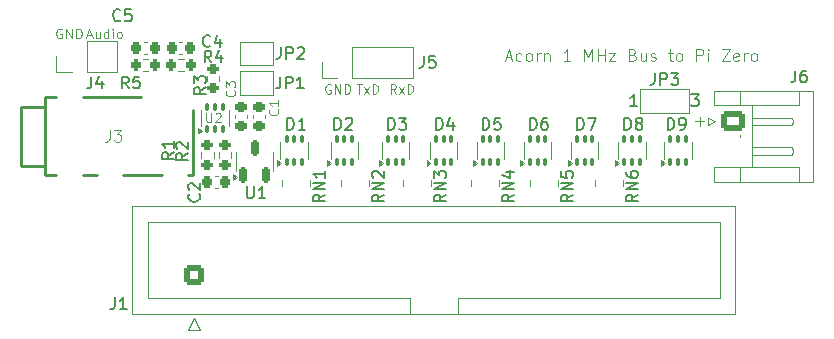
<source format=gbr>
%TF.GenerationSoftware,KiCad,Pcbnew,8.0.4+dfsg-1*%
%TF.CreationDate,2025-02-22T18:35:30+01:00*%
%TF.ProjectId,Acorn_1Mhz_bus_PiZero_interface,41636f72-6e5f-4314-9d68-7a5f6275735f,rev?*%
%TF.SameCoordinates,Original*%
%TF.FileFunction,Legend,Top*%
%TF.FilePolarity,Positive*%
%FSLAX46Y46*%
G04 Gerber Fmt 4.6, Leading zero omitted, Abs format (unit mm)*
G04 Created by KiCad (PCBNEW 8.0.4+dfsg-1) date 2025-02-22 18:35:30*
%MOMM*%
%LPD*%
G01*
G04 APERTURE LIST*
G04 Aperture macros list*
%AMRoundRect*
0 Rectangle with rounded corners*
0 $1 Rounding radius*
0 $2 $3 $4 $5 $6 $7 $8 $9 X,Y pos of 4 corners*
0 Add a 4 corners polygon primitive as box body*
4,1,4,$2,$3,$4,$5,$6,$7,$8,$9,$2,$3,0*
0 Add four circle primitives for the rounded corners*
1,1,$1+$1,$2,$3*
1,1,$1+$1,$4,$5*
1,1,$1+$1,$6,$7*
1,1,$1+$1,$8,$9*
0 Add four rect primitives between the rounded corners*
20,1,$1+$1,$2,$3,$4,$5,0*
20,1,$1+$1,$4,$5,$6,$7,0*
20,1,$1+$1,$6,$7,$8,$9,0*
20,1,$1+$1,$8,$9,$2,$3,0*%
G04 Aperture macros list end*
%ADD10C,0.100000*%
%ADD11C,0.150000*%
%ADD12C,0.120000*%
%ADD13C,0.254000*%
%ADD14RoundRect,0.100000X0.100000X-0.225000X0.100000X0.225000X-0.100000X0.225000X-0.100000X-0.225000X0*%
%ADD15R,0.400000X0.500000*%
%ADD16R,0.300000X0.500000*%
%ADD17R,1.700000X1.700000*%
%ADD18O,1.700000X1.700000*%
%ADD19R,1.000000X1.500000*%
%ADD20RoundRect,0.225000X0.225000X0.250000X-0.225000X0.250000X-0.225000X-0.250000X0.225000X-0.250000X0*%
%ADD21RoundRect,0.225000X0.250000X-0.225000X0.250000X0.225000X-0.250000X0.225000X-0.250000X-0.225000X0*%
%ADD22RoundRect,0.200000X-0.200000X-0.275000X0.200000X-0.275000X0.200000X0.275000X-0.200000X0.275000X0*%
%ADD23C,2.700000*%
%ADD24RoundRect,0.200000X0.275000X-0.200000X0.275000X0.200000X-0.275000X0.200000X-0.275000X-0.200000X0*%
%ADD25RoundRect,0.225000X-0.225000X-0.250000X0.225000X-0.250000X0.225000X0.250000X-0.225000X0.250000X0*%
%ADD26R,1.800000X2.300000*%
%ADD27RoundRect,0.225000X-0.250000X0.225000X-0.250000X-0.225000X0.250000X-0.225000X0.250000X0.225000X0*%
%ADD28RoundRect,0.250000X-0.750000X0.600000X-0.750000X-0.600000X0.750000X-0.600000X0.750000X0.600000X0*%
%ADD29O,2.000000X1.700000*%
%ADD30RoundRect,0.150000X0.150000X-0.512500X0.150000X0.512500X-0.150000X0.512500X-0.150000X-0.512500X0*%
%ADD31RoundRect,0.250000X0.600000X-0.600000X0.600000X0.600000X-0.600000X0.600000X-0.600000X-0.600000X0*%
%ADD32C,1.700000*%
%ADD33RoundRect,0.200000X0.200000X0.275000X-0.200000X0.275000X-0.200000X-0.275000X0.200000X-0.275000X0*%
G04 APERTURE END LIST*
D10*
X126141979Y-110596895D02*
X126599122Y-110596895D01*
X126370550Y-111396895D02*
X126370550Y-110596895D01*
X126789598Y-111396895D02*
X127208646Y-110863561D01*
X126789598Y-110863561D02*
X127208646Y-111396895D01*
X127513408Y-111396895D02*
X127513408Y-110596895D01*
X127513408Y-110596895D02*
X127703884Y-110596895D01*
X127703884Y-110596895D02*
X127818170Y-110634990D01*
X127818170Y-110634990D02*
X127894360Y-110711180D01*
X127894360Y-110711180D02*
X127932455Y-110787371D01*
X127932455Y-110787371D02*
X127970551Y-110939752D01*
X127970551Y-110939752D02*
X127970551Y-111054038D01*
X127970551Y-111054038D02*
X127932455Y-111206419D01*
X127932455Y-111206419D02*
X127894360Y-111282609D01*
X127894360Y-111282609D02*
X127818170Y-111358800D01*
X127818170Y-111358800D02*
X127703884Y-111396895D01*
X127703884Y-111396895D02*
X127513408Y-111396895D01*
X138756265Y-108336704D02*
X139232455Y-108336704D01*
X138661027Y-108622419D02*
X138994360Y-107622419D01*
X138994360Y-107622419D02*
X139327693Y-108622419D01*
X140089598Y-108574800D02*
X139994360Y-108622419D01*
X139994360Y-108622419D02*
X139803884Y-108622419D01*
X139803884Y-108622419D02*
X139708646Y-108574800D01*
X139708646Y-108574800D02*
X139661027Y-108527180D01*
X139661027Y-108527180D02*
X139613408Y-108431942D01*
X139613408Y-108431942D02*
X139613408Y-108146228D01*
X139613408Y-108146228D02*
X139661027Y-108050990D01*
X139661027Y-108050990D02*
X139708646Y-108003371D01*
X139708646Y-108003371D02*
X139803884Y-107955752D01*
X139803884Y-107955752D02*
X139994360Y-107955752D01*
X139994360Y-107955752D02*
X140089598Y-108003371D01*
X140661027Y-108622419D02*
X140565789Y-108574800D01*
X140565789Y-108574800D02*
X140518170Y-108527180D01*
X140518170Y-108527180D02*
X140470551Y-108431942D01*
X140470551Y-108431942D02*
X140470551Y-108146228D01*
X140470551Y-108146228D02*
X140518170Y-108050990D01*
X140518170Y-108050990D02*
X140565789Y-108003371D01*
X140565789Y-108003371D02*
X140661027Y-107955752D01*
X140661027Y-107955752D02*
X140803884Y-107955752D01*
X140803884Y-107955752D02*
X140899122Y-108003371D01*
X140899122Y-108003371D02*
X140946741Y-108050990D01*
X140946741Y-108050990D02*
X140994360Y-108146228D01*
X140994360Y-108146228D02*
X140994360Y-108431942D01*
X140994360Y-108431942D02*
X140946741Y-108527180D01*
X140946741Y-108527180D02*
X140899122Y-108574800D01*
X140899122Y-108574800D02*
X140803884Y-108622419D01*
X140803884Y-108622419D02*
X140661027Y-108622419D01*
X141422932Y-108622419D02*
X141422932Y-107955752D01*
X141422932Y-108146228D02*
X141470551Y-108050990D01*
X141470551Y-108050990D02*
X141518170Y-108003371D01*
X141518170Y-108003371D02*
X141613408Y-107955752D01*
X141613408Y-107955752D02*
X141708646Y-107955752D01*
X142041980Y-107955752D02*
X142041980Y-108622419D01*
X142041980Y-108050990D02*
X142089599Y-108003371D01*
X142089599Y-108003371D02*
X142184837Y-107955752D01*
X142184837Y-107955752D02*
X142327694Y-107955752D01*
X142327694Y-107955752D02*
X142422932Y-108003371D01*
X142422932Y-108003371D02*
X142470551Y-108098609D01*
X142470551Y-108098609D02*
X142470551Y-108622419D01*
X144232456Y-108622419D02*
X143661028Y-108622419D01*
X143946742Y-108622419D02*
X143946742Y-107622419D01*
X143946742Y-107622419D02*
X143851504Y-107765276D01*
X143851504Y-107765276D02*
X143756266Y-107860514D01*
X143756266Y-107860514D02*
X143661028Y-107908133D01*
X145422933Y-108622419D02*
X145422933Y-107622419D01*
X145422933Y-107622419D02*
X145756266Y-108336704D01*
X145756266Y-108336704D02*
X146089599Y-107622419D01*
X146089599Y-107622419D02*
X146089599Y-108622419D01*
X146565790Y-108622419D02*
X146565790Y-107622419D01*
X146565790Y-108098609D02*
X147137218Y-108098609D01*
X147137218Y-108622419D02*
X147137218Y-107622419D01*
X147518171Y-107955752D02*
X148041980Y-107955752D01*
X148041980Y-107955752D02*
X147518171Y-108622419D01*
X147518171Y-108622419D02*
X148041980Y-108622419D01*
X149518171Y-108098609D02*
X149661028Y-108146228D01*
X149661028Y-108146228D02*
X149708647Y-108193847D01*
X149708647Y-108193847D02*
X149756266Y-108289085D01*
X149756266Y-108289085D02*
X149756266Y-108431942D01*
X149756266Y-108431942D02*
X149708647Y-108527180D01*
X149708647Y-108527180D02*
X149661028Y-108574800D01*
X149661028Y-108574800D02*
X149565790Y-108622419D01*
X149565790Y-108622419D02*
X149184838Y-108622419D01*
X149184838Y-108622419D02*
X149184838Y-107622419D01*
X149184838Y-107622419D02*
X149518171Y-107622419D01*
X149518171Y-107622419D02*
X149613409Y-107670038D01*
X149613409Y-107670038D02*
X149661028Y-107717657D01*
X149661028Y-107717657D02*
X149708647Y-107812895D01*
X149708647Y-107812895D02*
X149708647Y-107908133D01*
X149708647Y-107908133D02*
X149661028Y-108003371D01*
X149661028Y-108003371D02*
X149613409Y-108050990D01*
X149613409Y-108050990D02*
X149518171Y-108098609D01*
X149518171Y-108098609D02*
X149184838Y-108098609D01*
X150613409Y-107955752D02*
X150613409Y-108622419D01*
X150184838Y-107955752D02*
X150184838Y-108479561D01*
X150184838Y-108479561D02*
X150232457Y-108574800D01*
X150232457Y-108574800D02*
X150327695Y-108622419D01*
X150327695Y-108622419D02*
X150470552Y-108622419D01*
X150470552Y-108622419D02*
X150565790Y-108574800D01*
X150565790Y-108574800D02*
X150613409Y-108527180D01*
X151041981Y-108574800D02*
X151137219Y-108622419D01*
X151137219Y-108622419D02*
X151327695Y-108622419D01*
X151327695Y-108622419D02*
X151422933Y-108574800D01*
X151422933Y-108574800D02*
X151470552Y-108479561D01*
X151470552Y-108479561D02*
X151470552Y-108431942D01*
X151470552Y-108431942D02*
X151422933Y-108336704D01*
X151422933Y-108336704D02*
X151327695Y-108289085D01*
X151327695Y-108289085D02*
X151184838Y-108289085D01*
X151184838Y-108289085D02*
X151089600Y-108241466D01*
X151089600Y-108241466D02*
X151041981Y-108146228D01*
X151041981Y-108146228D02*
X151041981Y-108098609D01*
X151041981Y-108098609D02*
X151089600Y-108003371D01*
X151089600Y-108003371D02*
X151184838Y-107955752D01*
X151184838Y-107955752D02*
X151327695Y-107955752D01*
X151327695Y-107955752D02*
X151422933Y-108003371D01*
X152518172Y-107955752D02*
X152899124Y-107955752D01*
X152661029Y-107622419D02*
X152661029Y-108479561D01*
X152661029Y-108479561D02*
X152708648Y-108574800D01*
X152708648Y-108574800D02*
X152803886Y-108622419D01*
X152803886Y-108622419D02*
X152899124Y-108622419D01*
X153375315Y-108622419D02*
X153280077Y-108574800D01*
X153280077Y-108574800D02*
X153232458Y-108527180D01*
X153232458Y-108527180D02*
X153184839Y-108431942D01*
X153184839Y-108431942D02*
X153184839Y-108146228D01*
X153184839Y-108146228D02*
X153232458Y-108050990D01*
X153232458Y-108050990D02*
X153280077Y-108003371D01*
X153280077Y-108003371D02*
X153375315Y-107955752D01*
X153375315Y-107955752D02*
X153518172Y-107955752D01*
X153518172Y-107955752D02*
X153613410Y-108003371D01*
X153613410Y-108003371D02*
X153661029Y-108050990D01*
X153661029Y-108050990D02*
X153708648Y-108146228D01*
X153708648Y-108146228D02*
X153708648Y-108431942D01*
X153708648Y-108431942D02*
X153661029Y-108527180D01*
X153661029Y-108527180D02*
X153613410Y-108574800D01*
X153613410Y-108574800D02*
X153518172Y-108622419D01*
X153518172Y-108622419D02*
X153375315Y-108622419D01*
X154899125Y-108622419D02*
X154899125Y-107622419D01*
X154899125Y-107622419D02*
X155280077Y-107622419D01*
X155280077Y-107622419D02*
X155375315Y-107670038D01*
X155375315Y-107670038D02*
X155422934Y-107717657D01*
X155422934Y-107717657D02*
X155470553Y-107812895D01*
X155470553Y-107812895D02*
X155470553Y-107955752D01*
X155470553Y-107955752D02*
X155422934Y-108050990D01*
X155422934Y-108050990D02*
X155375315Y-108098609D01*
X155375315Y-108098609D02*
X155280077Y-108146228D01*
X155280077Y-108146228D02*
X154899125Y-108146228D01*
X155899125Y-108622419D02*
X155899125Y-107955752D01*
X155899125Y-107622419D02*
X155851506Y-107670038D01*
X155851506Y-107670038D02*
X155899125Y-107717657D01*
X155899125Y-107717657D02*
X155946744Y-107670038D01*
X155946744Y-107670038D02*
X155899125Y-107622419D01*
X155899125Y-107622419D02*
X155899125Y-107717657D01*
X157041982Y-107622419D02*
X157708648Y-107622419D01*
X157708648Y-107622419D02*
X157041982Y-108622419D01*
X157041982Y-108622419D02*
X157708648Y-108622419D01*
X158470553Y-108574800D02*
X158375315Y-108622419D01*
X158375315Y-108622419D02*
X158184839Y-108622419D01*
X158184839Y-108622419D02*
X158089601Y-108574800D01*
X158089601Y-108574800D02*
X158041982Y-108479561D01*
X158041982Y-108479561D02*
X158041982Y-108098609D01*
X158041982Y-108098609D02*
X158089601Y-108003371D01*
X158089601Y-108003371D02*
X158184839Y-107955752D01*
X158184839Y-107955752D02*
X158375315Y-107955752D01*
X158375315Y-107955752D02*
X158470553Y-108003371D01*
X158470553Y-108003371D02*
X158518172Y-108098609D01*
X158518172Y-108098609D02*
X158518172Y-108193847D01*
X158518172Y-108193847D02*
X158041982Y-108289085D01*
X158946744Y-108622419D02*
X158946744Y-107955752D01*
X158946744Y-108146228D02*
X158994363Y-108050990D01*
X158994363Y-108050990D02*
X159041982Y-108003371D01*
X159041982Y-108003371D02*
X159137220Y-107955752D01*
X159137220Y-107955752D02*
X159232458Y-107955752D01*
X159708649Y-108622419D02*
X159613411Y-108574800D01*
X159613411Y-108574800D02*
X159565792Y-108527180D01*
X159565792Y-108527180D02*
X159518173Y-108431942D01*
X159518173Y-108431942D02*
X159518173Y-108146228D01*
X159518173Y-108146228D02*
X159565792Y-108050990D01*
X159565792Y-108050990D02*
X159613411Y-108003371D01*
X159613411Y-108003371D02*
X159708649Y-107955752D01*
X159708649Y-107955752D02*
X159851506Y-107955752D01*
X159851506Y-107955752D02*
X159946744Y-108003371D01*
X159946744Y-108003371D02*
X159994363Y-108050990D01*
X159994363Y-108050990D02*
X160041982Y-108146228D01*
X160041982Y-108146228D02*
X160041982Y-108431942D01*
X160041982Y-108431942D02*
X159994363Y-108527180D01*
X159994363Y-108527180D02*
X159946744Y-108574800D01*
X159946744Y-108574800D02*
X159851506Y-108622419D01*
X159851506Y-108622419D02*
X159708649Y-108622419D01*
X129463408Y-111396895D02*
X129196741Y-111015942D01*
X129006265Y-111396895D02*
X129006265Y-110596895D01*
X129006265Y-110596895D02*
X129311027Y-110596895D01*
X129311027Y-110596895D02*
X129387217Y-110634990D01*
X129387217Y-110634990D02*
X129425312Y-110673085D01*
X129425312Y-110673085D02*
X129463408Y-110749276D01*
X129463408Y-110749276D02*
X129463408Y-110863561D01*
X129463408Y-110863561D02*
X129425312Y-110939752D01*
X129425312Y-110939752D02*
X129387217Y-110977847D01*
X129387217Y-110977847D02*
X129311027Y-111015942D01*
X129311027Y-111015942D02*
X129006265Y-111015942D01*
X129730074Y-111396895D02*
X130149122Y-110863561D01*
X129730074Y-110863561D02*
X130149122Y-111396895D01*
X130453884Y-111396895D02*
X130453884Y-110596895D01*
X130453884Y-110596895D02*
X130644360Y-110596895D01*
X130644360Y-110596895D02*
X130758646Y-110634990D01*
X130758646Y-110634990D02*
X130834836Y-110711180D01*
X130834836Y-110711180D02*
X130872931Y-110787371D01*
X130872931Y-110787371D02*
X130911027Y-110939752D01*
X130911027Y-110939752D02*
X130911027Y-111054038D01*
X130911027Y-111054038D02*
X130872931Y-111206419D01*
X130872931Y-111206419D02*
X130834836Y-111282609D01*
X130834836Y-111282609D02*
X130758646Y-111358800D01*
X130758646Y-111358800D02*
X130644360Y-111396895D01*
X130644360Y-111396895D02*
X130453884Y-111396895D01*
X123925312Y-110634990D02*
X123849122Y-110596895D01*
X123849122Y-110596895D02*
X123734836Y-110596895D01*
X123734836Y-110596895D02*
X123620550Y-110634990D01*
X123620550Y-110634990D02*
X123544360Y-110711180D01*
X123544360Y-110711180D02*
X123506265Y-110787371D01*
X123506265Y-110787371D02*
X123468169Y-110939752D01*
X123468169Y-110939752D02*
X123468169Y-111054038D01*
X123468169Y-111054038D02*
X123506265Y-111206419D01*
X123506265Y-111206419D02*
X123544360Y-111282609D01*
X123544360Y-111282609D02*
X123620550Y-111358800D01*
X123620550Y-111358800D02*
X123734836Y-111396895D01*
X123734836Y-111396895D02*
X123811027Y-111396895D01*
X123811027Y-111396895D02*
X123925312Y-111358800D01*
X123925312Y-111358800D02*
X123963408Y-111320704D01*
X123963408Y-111320704D02*
X123963408Y-111054038D01*
X123963408Y-111054038D02*
X123811027Y-111054038D01*
X124306265Y-111396895D02*
X124306265Y-110596895D01*
X124306265Y-110596895D02*
X124763408Y-111396895D01*
X124763408Y-111396895D02*
X124763408Y-110596895D01*
X125144360Y-111396895D02*
X125144360Y-110596895D01*
X125144360Y-110596895D02*
X125334836Y-110596895D01*
X125334836Y-110596895D02*
X125449122Y-110634990D01*
X125449122Y-110634990D02*
X125525312Y-110711180D01*
X125525312Y-110711180D02*
X125563407Y-110787371D01*
X125563407Y-110787371D02*
X125601503Y-110939752D01*
X125601503Y-110939752D02*
X125601503Y-111054038D01*
X125601503Y-111054038D02*
X125563407Y-111206419D01*
X125563407Y-111206419D02*
X125525312Y-111282609D01*
X125525312Y-111282609D02*
X125449122Y-111358800D01*
X125449122Y-111358800D02*
X125334836Y-111396895D01*
X125334836Y-111396895D02*
X125144360Y-111396895D01*
X101175312Y-105934990D02*
X101099122Y-105896895D01*
X101099122Y-105896895D02*
X100984836Y-105896895D01*
X100984836Y-105896895D02*
X100870550Y-105934990D01*
X100870550Y-105934990D02*
X100794360Y-106011180D01*
X100794360Y-106011180D02*
X100756265Y-106087371D01*
X100756265Y-106087371D02*
X100718169Y-106239752D01*
X100718169Y-106239752D02*
X100718169Y-106354038D01*
X100718169Y-106354038D02*
X100756265Y-106506419D01*
X100756265Y-106506419D02*
X100794360Y-106582609D01*
X100794360Y-106582609D02*
X100870550Y-106658800D01*
X100870550Y-106658800D02*
X100984836Y-106696895D01*
X100984836Y-106696895D02*
X101061027Y-106696895D01*
X101061027Y-106696895D02*
X101175312Y-106658800D01*
X101175312Y-106658800D02*
X101213408Y-106620704D01*
X101213408Y-106620704D02*
X101213408Y-106354038D01*
X101213408Y-106354038D02*
X101061027Y-106354038D01*
X101556265Y-106696895D02*
X101556265Y-105896895D01*
X101556265Y-105896895D02*
X102013408Y-106696895D01*
X102013408Y-106696895D02*
X102013408Y-105896895D01*
X102394360Y-106696895D02*
X102394360Y-105896895D01*
X102394360Y-105896895D02*
X102584836Y-105896895D01*
X102584836Y-105896895D02*
X102699122Y-105934990D01*
X102699122Y-105934990D02*
X102775312Y-106011180D01*
X102775312Y-106011180D02*
X102813407Y-106087371D01*
X102813407Y-106087371D02*
X102851503Y-106239752D01*
X102851503Y-106239752D02*
X102851503Y-106354038D01*
X102851503Y-106354038D02*
X102813407Y-106506419D01*
X102813407Y-106506419D02*
X102775312Y-106582609D01*
X102775312Y-106582609D02*
X102699122Y-106658800D01*
X102699122Y-106658800D02*
X102584836Y-106696895D01*
X102584836Y-106696895D02*
X102394360Y-106696895D01*
X154803884Y-113741466D02*
X155565789Y-113741466D01*
X155184836Y-114122419D02*
X155184836Y-113360514D01*
X103318169Y-106468323D02*
X103699122Y-106468323D01*
X103241979Y-106696895D02*
X103508646Y-105896895D01*
X103508646Y-105896895D02*
X103775312Y-106696895D01*
X104384836Y-106163561D02*
X104384836Y-106696895D01*
X104041979Y-106163561D02*
X104041979Y-106582609D01*
X104041979Y-106582609D02*
X104080074Y-106658800D01*
X104080074Y-106658800D02*
X104156264Y-106696895D01*
X104156264Y-106696895D02*
X104270550Y-106696895D01*
X104270550Y-106696895D02*
X104346741Y-106658800D01*
X104346741Y-106658800D02*
X104384836Y-106620704D01*
X105108646Y-106696895D02*
X105108646Y-105896895D01*
X105108646Y-106658800D02*
X105032455Y-106696895D01*
X105032455Y-106696895D02*
X104880074Y-106696895D01*
X104880074Y-106696895D02*
X104803884Y-106658800D01*
X104803884Y-106658800D02*
X104765789Y-106620704D01*
X104765789Y-106620704D02*
X104727693Y-106544514D01*
X104727693Y-106544514D02*
X104727693Y-106315942D01*
X104727693Y-106315942D02*
X104765789Y-106239752D01*
X104765789Y-106239752D02*
X104803884Y-106201657D01*
X104803884Y-106201657D02*
X104880074Y-106163561D01*
X104880074Y-106163561D02*
X105032455Y-106163561D01*
X105032455Y-106163561D02*
X105108646Y-106201657D01*
X105489599Y-106696895D02*
X105489599Y-106163561D01*
X105489599Y-105896895D02*
X105451503Y-105934990D01*
X105451503Y-105934990D02*
X105489599Y-105973085D01*
X105489599Y-105973085D02*
X105527694Y-105934990D01*
X105527694Y-105934990D02*
X105489599Y-105896895D01*
X105489599Y-105896895D02*
X105489599Y-105973085D01*
X105984836Y-106696895D02*
X105908646Y-106658800D01*
X105908646Y-106658800D02*
X105870551Y-106620704D01*
X105870551Y-106620704D02*
X105832455Y-106544514D01*
X105832455Y-106544514D02*
X105832455Y-106315942D01*
X105832455Y-106315942D02*
X105870551Y-106239752D01*
X105870551Y-106239752D02*
X105908646Y-106201657D01*
X105908646Y-106201657D02*
X105984836Y-106163561D01*
X105984836Y-106163561D02*
X106099122Y-106163561D01*
X106099122Y-106163561D02*
X106175313Y-106201657D01*
X106175313Y-106201657D02*
X106213408Y-106239752D01*
X106213408Y-106239752D02*
X106251503Y-106315942D01*
X106251503Y-106315942D02*
X106251503Y-106544514D01*
X106251503Y-106544514D02*
X106213408Y-106620704D01*
X106213408Y-106620704D02*
X106175313Y-106658800D01*
X106175313Y-106658800D02*
X106099122Y-106696895D01*
X106099122Y-106696895D02*
X105984836Y-106696895D01*
D11*
X144811905Y-114454819D02*
X144811905Y-113454819D01*
X144811905Y-113454819D02*
X145050000Y-113454819D01*
X145050000Y-113454819D02*
X145192857Y-113502438D01*
X145192857Y-113502438D02*
X145288095Y-113597676D01*
X145288095Y-113597676D02*
X145335714Y-113692914D01*
X145335714Y-113692914D02*
X145383333Y-113883390D01*
X145383333Y-113883390D02*
X145383333Y-114026247D01*
X145383333Y-114026247D02*
X145335714Y-114216723D01*
X145335714Y-114216723D02*
X145288095Y-114311961D01*
X145288095Y-114311961D02*
X145192857Y-114407200D01*
X145192857Y-114407200D02*
X145050000Y-114454819D01*
X145050000Y-114454819D02*
X144811905Y-114454819D01*
X145716667Y-113454819D02*
X146383333Y-113454819D01*
X146383333Y-113454819D02*
X145954762Y-114454819D01*
X133704819Y-119940476D02*
X133228628Y-120273809D01*
X133704819Y-120511904D02*
X132704819Y-120511904D01*
X132704819Y-120511904D02*
X132704819Y-120130952D01*
X132704819Y-120130952D02*
X132752438Y-120035714D01*
X132752438Y-120035714D02*
X132800057Y-119988095D01*
X132800057Y-119988095D02*
X132895295Y-119940476D01*
X132895295Y-119940476D02*
X133038152Y-119940476D01*
X133038152Y-119940476D02*
X133133390Y-119988095D01*
X133133390Y-119988095D02*
X133181009Y-120035714D01*
X133181009Y-120035714D02*
X133228628Y-120130952D01*
X133228628Y-120130952D02*
X133228628Y-120511904D01*
X133704819Y-119511904D02*
X132704819Y-119511904D01*
X132704819Y-119511904D02*
X133704819Y-118940476D01*
X133704819Y-118940476D02*
X132704819Y-118940476D01*
X132704819Y-118559523D02*
X132704819Y-117940476D01*
X132704819Y-117940476D02*
X133085771Y-118273809D01*
X133085771Y-118273809D02*
X133085771Y-118130952D01*
X133085771Y-118130952D02*
X133133390Y-118035714D01*
X133133390Y-118035714D02*
X133181009Y-117988095D01*
X133181009Y-117988095D02*
X133276247Y-117940476D01*
X133276247Y-117940476D02*
X133514342Y-117940476D01*
X133514342Y-117940476D02*
X133609580Y-117988095D01*
X133609580Y-117988095D02*
X133657200Y-118035714D01*
X133657200Y-118035714D02*
X133704819Y-118130952D01*
X133704819Y-118130952D02*
X133704819Y-118416666D01*
X133704819Y-118416666D02*
X133657200Y-118511904D01*
X133657200Y-118511904D02*
X133609580Y-118559523D01*
X131816666Y-108204819D02*
X131816666Y-108919104D01*
X131816666Y-108919104D02*
X131769047Y-109061961D01*
X131769047Y-109061961D02*
X131673809Y-109157200D01*
X131673809Y-109157200D02*
X131530952Y-109204819D01*
X131530952Y-109204819D02*
X131435714Y-109204819D01*
X132769047Y-108204819D02*
X132292857Y-108204819D01*
X132292857Y-108204819D02*
X132245238Y-108681009D01*
X132245238Y-108681009D02*
X132292857Y-108633390D01*
X132292857Y-108633390D02*
X132388095Y-108585771D01*
X132388095Y-108585771D02*
X132626190Y-108585771D01*
X132626190Y-108585771D02*
X132721428Y-108633390D01*
X132721428Y-108633390D02*
X132769047Y-108681009D01*
X132769047Y-108681009D02*
X132816666Y-108776247D01*
X132816666Y-108776247D02*
X132816666Y-109014342D01*
X132816666Y-109014342D02*
X132769047Y-109109580D01*
X132769047Y-109109580D02*
X132721428Y-109157200D01*
X132721428Y-109157200D02*
X132626190Y-109204819D01*
X132626190Y-109204819D02*
X132388095Y-109204819D01*
X132388095Y-109204819D02*
X132292857Y-109157200D01*
X132292857Y-109157200D02*
X132245238Y-109109580D01*
X119716666Y-107454819D02*
X119716666Y-108169104D01*
X119716666Y-108169104D02*
X119669047Y-108311961D01*
X119669047Y-108311961D02*
X119573809Y-108407200D01*
X119573809Y-108407200D02*
X119430952Y-108454819D01*
X119430952Y-108454819D02*
X119335714Y-108454819D01*
X120192857Y-108454819D02*
X120192857Y-107454819D01*
X120192857Y-107454819D02*
X120573809Y-107454819D01*
X120573809Y-107454819D02*
X120669047Y-107502438D01*
X120669047Y-107502438D02*
X120716666Y-107550057D01*
X120716666Y-107550057D02*
X120764285Y-107645295D01*
X120764285Y-107645295D02*
X120764285Y-107788152D01*
X120764285Y-107788152D02*
X120716666Y-107883390D01*
X120716666Y-107883390D02*
X120669047Y-107931009D01*
X120669047Y-107931009D02*
X120573809Y-107978628D01*
X120573809Y-107978628D02*
X120192857Y-107978628D01*
X121145238Y-107550057D02*
X121192857Y-107502438D01*
X121192857Y-107502438D02*
X121288095Y-107454819D01*
X121288095Y-107454819D02*
X121526190Y-107454819D01*
X121526190Y-107454819D02*
X121621428Y-107502438D01*
X121621428Y-107502438D02*
X121669047Y-107550057D01*
X121669047Y-107550057D02*
X121716666Y-107645295D01*
X121716666Y-107645295D02*
X121716666Y-107740533D01*
X121716666Y-107740533D02*
X121669047Y-107883390D01*
X121669047Y-107883390D02*
X121097619Y-108454819D01*
X121097619Y-108454819D02*
X121716666Y-108454819D01*
X148811905Y-114454819D02*
X148811905Y-113454819D01*
X148811905Y-113454819D02*
X149050000Y-113454819D01*
X149050000Y-113454819D02*
X149192857Y-113502438D01*
X149192857Y-113502438D02*
X149288095Y-113597676D01*
X149288095Y-113597676D02*
X149335714Y-113692914D01*
X149335714Y-113692914D02*
X149383333Y-113883390D01*
X149383333Y-113883390D02*
X149383333Y-114026247D01*
X149383333Y-114026247D02*
X149335714Y-114216723D01*
X149335714Y-114216723D02*
X149288095Y-114311961D01*
X149288095Y-114311961D02*
X149192857Y-114407200D01*
X149192857Y-114407200D02*
X149050000Y-114454819D01*
X149050000Y-114454819D02*
X148811905Y-114454819D01*
X149954762Y-113883390D02*
X149859524Y-113835771D01*
X149859524Y-113835771D02*
X149811905Y-113788152D01*
X149811905Y-113788152D02*
X149764286Y-113692914D01*
X149764286Y-113692914D02*
X149764286Y-113645295D01*
X149764286Y-113645295D02*
X149811905Y-113550057D01*
X149811905Y-113550057D02*
X149859524Y-113502438D01*
X149859524Y-113502438D02*
X149954762Y-113454819D01*
X149954762Y-113454819D02*
X150145238Y-113454819D01*
X150145238Y-113454819D02*
X150240476Y-113502438D01*
X150240476Y-113502438D02*
X150288095Y-113550057D01*
X150288095Y-113550057D02*
X150335714Y-113645295D01*
X150335714Y-113645295D02*
X150335714Y-113692914D01*
X150335714Y-113692914D02*
X150288095Y-113788152D01*
X150288095Y-113788152D02*
X150240476Y-113835771D01*
X150240476Y-113835771D02*
X150145238Y-113883390D01*
X150145238Y-113883390D02*
X149954762Y-113883390D01*
X149954762Y-113883390D02*
X149859524Y-113931009D01*
X149859524Y-113931009D02*
X149811905Y-113978628D01*
X149811905Y-113978628D02*
X149764286Y-114073866D01*
X149764286Y-114073866D02*
X149764286Y-114264342D01*
X149764286Y-114264342D02*
X149811905Y-114359580D01*
X149811905Y-114359580D02*
X149859524Y-114407200D01*
X149859524Y-114407200D02*
X149954762Y-114454819D01*
X149954762Y-114454819D02*
X150145238Y-114454819D01*
X150145238Y-114454819D02*
X150240476Y-114407200D01*
X150240476Y-114407200D02*
X150288095Y-114359580D01*
X150288095Y-114359580D02*
X150335714Y-114264342D01*
X150335714Y-114264342D02*
X150335714Y-114073866D01*
X150335714Y-114073866D02*
X150288095Y-113978628D01*
X150288095Y-113978628D02*
X150240476Y-113931009D01*
X150240476Y-113931009D02*
X150145238Y-113883390D01*
X106133333Y-105159580D02*
X106085714Y-105207200D01*
X106085714Y-105207200D02*
X105942857Y-105254819D01*
X105942857Y-105254819D02*
X105847619Y-105254819D01*
X105847619Y-105254819D02*
X105704762Y-105207200D01*
X105704762Y-105207200D02*
X105609524Y-105111961D01*
X105609524Y-105111961D02*
X105561905Y-105016723D01*
X105561905Y-105016723D02*
X105514286Y-104826247D01*
X105514286Y-104826247D02*
X105514286Y-104683390D01*
X105514286Y-104683390D02*
X105561905Y-104492914D01*
X105561905Y-104492914D02*
X105609524Y-104397676D01*
X105609524Y-104397676D02*
X105704762Y-104302438D01*
X105704762Y-104302438D02*
X105847619Y-104254819D01*
X105847619Y-104254819D02*
X105942857Y-104254819D01*
X105942857Y-104254819D02*
X106085714Y-104302438D01*
X106085714Y-104302438D02*
X106133333Y-104350057D01*
X107038095Y-104254819D02*
X106561905Y-104254819D01*
X106561905Y-104254819D02*
X106514286Y-104731009D01*
X106514286Y-104731009D02*
X106561905Y-104683390D01*
X106561905Y-104683390D02*
X106657143Y-104635771D01*
X106657143Y-104635771D02*
X106895238Y-104635771D01*
X106895238Y-104635771D02*
X106990476Y-104683390D01*
X106990476Y-104683390D02*
X107038095Y-104731009D01*
X107038095Y-104731009D02*
X107085714Y-104826247D01*
X107085714Y-104826247D02*
X107085714Y-105064342D01*
X107085714Y-105064342D02*
X107038095Y-105159580D01*
X107038095Y-105159580D02*
X106990476Y-105207200D01*
X106990476Y-105207200D02*
X106895238Y-105254819D01*
X106895238Y-105254819D02*
X106657143Y-105254819D01*
X106657143Y-105254819D02*
X106561905Y-105207200D01*
X106561905Y-105207200D02*
X106514286Y-105159580D01*
D10*
X113390476Y-113014895D02*
X113390476Y-113662514D01*
X113390476Y-113662514D02*
X113428571Y-113738704D01*
X113428571Y-113738704D02*
X113466666Y-113776800D01*
X113466666Y-113776800D02*
X113542857Y-113814895D01*
X113542857Y-113814895D02*
X113695238Y-113814895D01*
X113695238Y-113814895D02*
X113771428Y-113776800D01*
X113771428Y-113776800D02*
X113809523Y-113738704D01*
X113809523Y-113738704D02*
X113847619Y-113662514D01*
X113847619Y-113662514D02*
X113847619Y-113014895D01*
X114190475Y-113091085D02*
X114228571Y-113052990D01*
X114228571Y-113052990D02*
X114304761Y-113014895D01*
X114304761Y-113014895D02*
X114495237Y-113014895D01*
X114495237Y-113014895D02*
X114571428Y-113052990D01*
X114571428Y-113052990D02*
X114609523Y-113091085D01*
X114609523Y-113091085D02*
X114647618Y-113167276D01*
X114647618Y-113167276D02*
X114647618Y-113243466D01*
X114647618Y-113243466D02*
X114609523Y-113357752D01*
X114609523Y-113357752D02*
X114152380Y-113814895D01*
X114152380Y-113814895D02*
X114647618Y-113814895D01*
X119438704Y-112733332D02*
X119476800Y-112771428D01*
X119476800Y-112771428D02*
X119514895Y-112885713D01*
X119514895Y-112885713D02*
X119514895Y-112961904D01*
X119514895Y-112961904D02*
X119476800Y-113076190D01*
X119476800Y-113076190D02*
X119400609Y-113152380D01*
X119400609Y-113152380D02*
X119324419Y-113190475D01*
X119324419Y-113190475D02*
X119172038Y-113228571D01*
X119172038Y-113228571D02*
X119057752Y-113228571D01*
X119057752Y-113228571D02*
X118905371Y-113190475D01*
X118905371Y-113190475D02*
X118829180Y-113152380D01*
X118829180Y-113152380D02*
X118752990Y-113076190D01*
X118752990Y-113076190D02*
X118714895Y-112961904D01*
X118714895Y-112961904D02*
X118714895Y-112885713D01*
X118714895Y-112885713D02*
X118752990Y-112771428D01*
X118752990Y-112771428D02*
X118791085Y-112733332D01*
X119514895Y-111971428D02*
X119514895Y-112428571D01*
X119514895Y-112199999D02*
X118714895Y-112199999D01*
X118714895Y-112199999D02*
X118829180Y-112276190D01*
X118829180Y-112276190D02*
X118905371Y-112352380D01*
X118905371Y-112352380D02*
X118943466Y-112428571D01*
D11*
X106833333Y-110954819D02*
X106500000Y-110478628D01*
X106261905Y-110954819D02*
X106261905Y-109954819D01*
X106261905Y-109954819D02*
X106642857Y-109954819D01*
X106642857Y-109954819D02*
X106738095Y-110002438D01*
X106738095Y-110002438D02*
X106785714Y-110050057D01*
X106785714Y-110050057D02*
X106833333Y-110145295D01*
X106833333Y-110145295D02*
X106833333Y-110288152D01*
X106833333Y-110288152D02*
X106785714Y-110383390D01*
X106785714Y-110383390D02*
X106738095Y-110431009D01*
X106738095Y-110431009D02*
X106642857Y-110478628D01*
X106642857Y-110478628D02*
X106261905Y-110478628D01*
X107738095Y-109954819D02*
X107261905Y-109954819D01*
X107261905Y-109954819D02*
X107214286Y-110431009D01*
X107214286Y-110431009D02*
X107261905Y-110383390D01*
X107261905Y-110383390D02*
X107357143Y-110335771D01*
X107357143Y-110335771D02*
X107595238Y-110335771D01*
X107595238Y-110335771D02*
X107690476Y-110383390D01*
X107690476Y-110383390D02*
X107738095Y-110431009D01*
X107738095Y-110431009D02*
X107785714Y-110526247D01*
X107785714Y-110526247D02*
X107785714Y-110764342D01*
X107785714Y-110764342D02*
X107738095Y-110859580D01*
X107738095Y-110859580D02*
X107690476Y-110907200D01*
X107690476Y-110907200D02*
X107595238Y-110954819D01*
X107595238Y-110954819D02*
X107357143Y-110954819D01*
X107357143Y-110954819D02*
X107261905Y-110907200D01*
X107261905Y-110907200D02*
X107214286Y-110859580D01*
X111854819Y-116441666D02*
X111378628Y-116774999D01*
X111854819Y-117013094D02*
X110854819Y-117013094D01*
X110854819Y-117013094D02*
X110854819Y-116632142D01*
X110854819Y-116632142D02*
X110902438Y-116536904D01*
X110902438Y-116536904D02*
X110950057Y-116489285D01*
X110950057Y-116489285D02*
X111045295Y-116441666D01*
X111045295Y-116441666D02*
X111188152Y-116441666D01*
X111188152Y-116441666D02*
X111283390Y-116489285D01*
X111283390Y-116489285D02*
X111331009Y-116536904D01*
X111331009Y-116536904D02*
X111378628Y-116632142D01*
X111378628Y-116632142D02*
X111378628Y-117013094D01*
X110950057Y-116060713D02*
X110902438Y-116013094D01*
X110902438Y-116013094D02*
X110854819Y-115917856D01*
X110854819Y-115917856D02*
X110854819Y-115679761D01*
X110854819Y-115679761D02*
X110902438Y-115584523D01*
X110902438Y-115584523D02*
X110950057Y-115536904D01*
X110950057Y-115536904D02*
X111045295Y-115489285D01*
X111045295Y-115489285D02*
X111140533Y-115489285D01*
X111140533Y-115489285D02*
X111283390Y-115536904D01*
X111283390Y-115536904D02*
X111854819Y-116108332D01*
X111854819Y-116108332D02*
X111854819Y-115489285D01*
X151366666Y-109654819D02*
X151366666Y-110369104D01*
X151366666Y-110369104D02*
X151319047Y-110511961D01*
X151319047Y-110511961D02*
X151223809Y-110607200D01*
X151223809Y-110607200D02*
X151080952Y-110654819D01*
X151080952Y-110654819D02*
X150985714Y-110654819D01*
X151842857Y-110654819D02*
X151842857Y-109654819D01*
X151842857Y-109654819D02*
X152223809Y-109654819D01*
X152223809Y-109654819D02*
X152319047Y-109702438D01*
X152319047Y-109702438D02*
X152366666Y-109750057D01*
X152366666Y-109750057D02*
X152414285Y-109845295D01*
X152414285Y-109845295D02*
X152414285Y-109988152D01*
X152414285Y-109988152D02*
X152366666Y-110083390D01*
X152366666Y-110083390D02*
X152319047Y-110131009D01*
X152319047Y-110131009D02*
X152223809Y-110178628D01*
X152223809Y-110178628D02*
X151842857Y-110178628D01*
X152747619Y-109654819D02*
X153366666Y-109654819D01*
X153366666Y-109654819D02*
X153033333Y-110035771D01*
X153033333Y-110035771D02*
X153176190Y-110035771D01*
X153176190Y-110035771D02*
X153271428Y-110083390D01*
X153271428Y-110083390D02*
X153319047Y-110131009D01*
X153319047Y-110131009D02*
X153366666Y-110226247D01*
X153366666Y-110226247D02*
X153366666Y-110464342D01*
X153366666Y-110464342D02*
X153319047Y-110559580D01*
X153319047Y-110559580D02*
X153271428Y-110607200D01*
X153271428Y-110607200D02*
X153176190Y-110654819D01*
X153176190Y-110654819D02*
X152890476Y-110654819D01*
X152890476Y-110654819D02*
X152795238Y-110607200D01*
X152795238Y-110607200D02*
X152747619Y-110559580D01*
X149885714Y-112454819D02*
X149314286Y-112454819D01*
X149600000Y-112454819D02*
X149600000Y-111454819D01*
X149600000Y-111454819D02*
X149504762Y-111597676D01*
X149504762Y-111597676D02*
X149409524Y-111692914D01*
X149409524Y-111692914D02*
X149314286Y-111740533D01*
X154466667Y-111454819D02*
X155085714Y-111454819D01*
X155085714Y-111454819D02*
X154752381Y-111835771D01*
X154752381Y-111835771D02*
X154895238Y-111835771D01*
X154895238Y-111835771D02*
X154990476Y-111883390D01*
X154990476Y-111883390D02*
X155038095Y-111931009D01*
X155038095Y-111931009D02*
X155085714Y-112026247D01*
X155085714Y-112026247D02*
X155085714Y-112264342D01*
X155085714Y-112264342D02*
X155038095Y-112359580D01*
X155038095Y-112359580D02*
X154990476Y-112407200D01*
X154990476Y-112407200D02*
X154895238Y-112454819D01*
X154895238Y-112454819D02*
X154609524Y-112454819D01*
X154609524Y-112454819D02*
X154514286Y-112407200D01*
X154514286Y-112407200D02*
X154466667Y-112359580D01*
X123454819Y-119940476D02*
X122978628Y-120273809D01*
X123454819Y-120511904D02*
X122454819Y-120511904D01*
X122454819Y-120511904D02*
X122454819Y-120130952D01*
X122454819Y-120130952D02*
X122502438Y-120035714D01*
X122502438Y-120035714D02*
X122550057Y-119988095D01*
X122550057Y-119988095D02*
X122645295Y-119940476D01*
X122645295Y-119940476D02*
X122788152Y-119940476D01*
X122788152Y-119940476D02*
X122883390Y-119988095D01*
X122883390Y-119988095D02*
X122931009Y-120035714D01*
X122931009Y-120035714D02*
X122978628Y-120130952D01*
X122978628Y-120130952D02*
X122978628Y-120511904D01*
X123454819Y-119511904D02*
X122454819Y-119511904D01*
X122454819Y-119511904D02*
X123454819Y-118940476D01*
X123454819Y-118940476D02*
X122454819Y-118940476D01*
X123454819Y-117940476D02*
X123454819Y-118511904D01*
X123454819Y-118226190D02*
X122454819Y-118226190D01*
X122454819Y-118226190D02*
X122597676Y-118321428D01*
X122597676Y-118321428D02*
X122692914Y-118416666D01*
X122692914Y-118416666D02*
X122740533Y-118511904D01*
X113354819Y-110866666D02*
X112878628Y-111199999D01*
X113354819Y-111438094D02*
X112354819Y-111438094D01*
X112354819Y-111438094D02*
X112354819Y-111057142D01*
X112354819Y-111057142D02*
X112402438Y-110961904D01*
X112402438Y-110961904D02*
X112450057Y-110914285D01*
X112450057Y-110914285D02*
X112545295Y-110866666D01*
X112545295Y-110866666D02*
X112688152Y-110866666D01*
X112688152Y-110866666D02*
X112783390Y-110914285D01*
X112783390Y-110914285D02*
X112831009Y-110961904D01*
X112831009Y-110961904D02*
X112878628Y-111057142D01*
X112878628Y-111057142D02*
X112878628Y-111438094D01*
X112354819Y-110533332D02*
X112354819Y-109914285D01*
X112354819Y-109914285D02*
X112735771Y-110247618D01*
X112735771Y-110247618D02*
X112735771Y-110104761D01*
X112735771Y-110104761D02*
X112783390Y-110009523D01*
X112783390Y-110009523D02*
X112831009Y-109961904D01*
X112831009Y-109961904D02*
X112926247Y-109914285D01*
X112926247Y-109914285D02*
X113164342Y-109914285D01*
X113164342Y-109914285D02*
X113259580Y-109961904D01*
X113259580Y-109961904D02*
X113307200Y-110009523D01*
X113307200Y-110009523D02*
X113354819Y-110104761D01*
X113354819Y-110104761D02*
X113354819Y-110390475D01*
X113354819Y-110390475D02*
X113307200Y-110485713D01*
X113307200Y-110485713D02*
X113259580Y-110533332D01*
X144454819Y-119940476D02*
X143978628Y-120273809D01*
X144454819Y-120511904D02*
X143454819Y-120511904D01*
X143454819Y-120511904D02*
X143454819Y-120130952D01*
X143454819Y-120130952D02*
X143502438Y-120035714D01*
X143502438Y-120035714D02*
X143550057Y-119988095D01*
X143550057Y-119988095D02*
X143645295Y-119940476D01*
X143645295Y-119940476D02*
X143788152Y-119940476D01*
X143788152Y-119940476D02*
X143883390Y-119988095D01*
X143883390Y-119988095D02*
X143931009Y-120035714D01*
X143931009Y-120035714D02*
X143978628Y-120130952D01*
X143978628Y-120130952D02*
X143978628Y-120511904D01*
X144454819Y-119511904D02*
X143454819Y-119511904D01*
X143454819Y-119511904D02*
X144454819Y-118940476D01*
X144454819Y-118940476D02*
X143454819Y-118940476D01*
X143454819Y-117988095D02*
X143454819Y-118464285D01*
X143454819Y-118464285D02*
X143931009Y-118511904D01*
X143931009Y-118511904D02*
X143883390Y-118464285D01*
X143883390Y-118464285D02*
X143835771Y-118369047D01*
X143835771Y-118369047D02*
X143835771Y-118130952D01*
X143835771Y-118130952D02*
X143883390Y-118035714D01*
X143883390Y-118035714D02*
X143931009Y-117988095D01*
X143931009Y-117988095D02*
X144026247Y-117940476D01*
X144026247Y-117940476D02*
X144264342Y-117940476D01*
X144264342Y-117940476D02*
X144359580Y-117988095D01*
X144359580Y-117988095D02*
X144407200Y-118035714D01*
X144407200Y-118035714D02*
X144454819Y-118130952D01*
X144454819Y-118130952D02*
X144454819Y-118369047D01*
X144454819Y-118369047D02*
X144407200Y-118464285D01*
X144407200Y-118464285D02*
X144359580Y-118511904D01*
X124261905Y-114454819D02*
X124261905Y-113454819D01*
X124261905Y-113454819D02*
X124500000Y-113454819D01*
X124500000Y-113454819D02*
X124642857Y-113502438D01*
X124642857Y-113502438D02*
X124738095Y-113597676D01*
X124738095Y-113597676D02*
X124785714Y-113692914D01*
X124785714Y-113692914D02*
X124833333Y-113883390D01*
X124833333Y-113883390D02*
X124833333Y-114026247D01*
X124833333Y-114026247D02*
X124785714Y-114216723D01*
X124785714Y-114216723D02*
X124738095Y-114311961D01*
X124738095Y-114311961D02*
X124642857Y-114407200D01*
X124642857Y-114407200D02*
X124500000Y-114454819D01*
X124500000Y-114454819D02*
X124261905Y-114454819D01*
X125214286Y-113550057D02*
X125261905Y-113502438D01*
X125261905Y-113502438D02*
X125357143Y-113454819D01*
X125357143Y-113454819D02*
X125595238Y-113454819D01*
X125595238Y-113454819D02*
X125690476Y-113502438D01*
X125690476Y-113502438D02*
X125738095Y-113550057D01*
X125738095Y-113550057D02*
X125785714Y-113645295D01*
X125785714Y-113645295D02*
X125785714Y-113740533D01*
X125785714Y-113740533D02*
X125738095Y-113883390D01*
X125738095Y-113883390D02*
X125166667Y-114454819D01*
X125166667Y-114454819D02*
X125785714Y-114454819D01*
X113733333Y-107359580D02*
X113685714Y-107407200D01*
X113685714Y-107407200D02*
X113542857Y-107454819D01*
X113542857Y-107454819D02*
X113447619Y-107454819D01*
X113447619Y-107454819D02*
X113304762Y-107407200D01*
X113304762Y-107407200D02*
X113209524Y-107311961D01*
X113209524Y-107311961D02*
X113161905Y-107216723D01*
X113161905Y-107216723D02*
X113114286Y-107026247D01*
X113114286Y-107026247D02*
X113114286Y-106883390D01*
X113114286Y-106883390D02*
X113161905Y-106692914D01*
X113161905Y-106692914D02*
X113209524Y-106597676D01*
X113209524Y-106597676D02*
X113304762Y-106502438D01*
X113304762Y-106502438D02*
X113447619Y-106454819D01*
X113447619Y-106454819D02*
X113542857Y-106454819D01*
X113542857Y-106454819D02*
X113685714Y-106502438D01*
X113685714Y-106502438D02*
X113733333Y-106550057D01*
X114590476Y-106788152D02*
X114590476Y-107454819D01*
X114352381Y-106407200D02*
X114114286Y-107121485D01*
X114114286Y-107121485D02*
X114733333Y-107121485D01*
D10*
X105216666Y-114457419D02*
X105216666Y-115171704D01*
X105216666Y-115171704D02*
X105169047Y-115314561D01*
X105169047Y-115314561D02*
X105073809Y-115409800D01*
X105073809Y-115409800D02*
X104930952Y-115457419D01*
X104930952Y-115457419D02*
X104835714Y-115457419D01*
X105597619Y-114457419D02*
X106216666Y-114457419D01*
X106216666Y-114457419D02*
X105883333Y-114838371D01*
X105883333Y-114838371D02*
X106026190Y-114838371D01*
X106026190Y-114838371D02*
X106121428Y-114885990D01*
X106121428Y-114885990D02*
X106169047Y-114933609D01*
X106169047Y-114933609D02*
X106216666Y-115028847D01*
X106216666Y-115028847D02*
X106216666Y-115266942D01*
X106216666Y-115266942D02*
X106169047Y-115362180D01*
X106169047Y-115362180D02*
X106121428Y-115409800D01*
X106121428Y-115409800D02*
X106026190Y-115457419D01*
X106026190Y-115457419D02*
X105740476Y-115457419D01*
X105740476Y-115457419D02*
X105645238Y-115409800D01*
X105645238Y-115409800D02*
X105597619Y-115362180D01*
X115788704Y-111133332D02*
X115826800Y-111171428D01*
X115826800Y-111171428D02*
X115864895Y-111285713D01*
X115864895Y-111285713D02*
X115864895Y-111361904D01*
X115864895Y-111361904D02*
X115826800Y-111476190D01*
X115826800Y-111476190D02*
X115750609Y-111552380D01*
X115750609Y-111552380D02*
X115674419Y-111590475D01*
X115674419Y-111590475D02*
X115522038Y-111628571D01*
X115522038Y-111628571D02*
X115407752Y-111628571D01*
X115407752Y-111628571D02*
X115255371Y-111590475D01*
X115255371Y-111590475D02*
X115179180Y-111552380D01*
X115179180Y-111552380D02*
X115102990Y-111476190D01*
X115102990Y-111476190D02*
X115064895Y-111361904D01*
X115064895Y-111361904D02*
X115064895Y-111285713D01*
X115064895Y-111285713D02*
X115102990Y-111171428D01*
X115102990Y-111171428D02*
X115141085Y-111133332D01*
X115064895Y-110866666D02*
X115064895Y-110371428D01*
X115064895Y-110371428D02*
X115369657Y-110638094D01*
X115369657Y-110638094D02*
X115369657Y-110523809D01*
X115369657Y-110523809D02*
X115407752Y-110447618D01*
X115407752Y-110447618D02*
X115445847Y-110409523D01*
X115445847Y-110409523D02*
X115522038Y-110371428D01*
X115522038Y-110371428D02*
X115712514Y-110371428D01*
X115712514Y-110371428D02*
X115788704Y-110409523D01*
X115788704Y-110409523D02*
X115826800Y-110447618D01*
X115826800Y-110447618D02*
X115864895Y-110523809D01*
X115864895Y-110523809D02*
X115864895Y-110752380D01*
X115864895Y-110752380D02*
X115826800Y-110828571D01*
X115826800Y-110828571D02*
X115788704Y-110866666D01*
D11*
X140811905Y-114454819D02*
X140811905Y-113454819D01*
X140811905Y-113454819D02*
X141050000Y-113454819D01*
X141050000Y-113454819D02*
X141192857Y-113502438D01*
X141192857Y-113502438D02*
X141288095Y-113597676D01*
X141288095Y-113597676D02*
X141335714Y-113692914D01*
X141335714Y-113692914D02*
X141383333Y-113883390D01*
X141383333Y-113883390D02*
X141383333Y-114026247D01*
X141383333Y-114026247D02*
X141335714Y-114216723D01*
X141335714Y-114216723D02*
X141288095Y-114311961D01*
X141288095Y-114311961D02*
X141192857Y-114407200D01*
X141192857Y-114407200D02*
X141050000Y-114454819D01*
X141050000Y-114454819D02*
X140811905Y-114454819D01*
X142240476Y-113454819D02*
X142050000Y-113454819D01*
X142050000Y-113454819D02*
X141954762Y-113502438D01*
X141954762Y-113502438D02*
X141907143Y-113550057D01*
X141907143Y-113550057D02*
X141811905Y-113692914D01*
X141811905Y-113692914D02*
X141764286Y-113883390D01*
X141764286Y-113883390D02*
X141764286Y-114264342D01*
X141764286Y-114264342D02*
X141811905Y-114359580D01*
X141811905Y-114359580D02*
X141859524Y-114407200D01*
X141859524Y-114407200D02*
X141954762Y-114454819D01*
X141954762Y-114454819D02*
X142145238Y-114454819D01*
X142145238Y-114454819D02*
X142240476Y-114407200D01*
X142240476Y-114407200D02*
X142288095Y-114359580D01*
X142288095Y-114359580D02*
X142335714Y-114264342D01*
X142335714Y-114264342D02*
X142335714Y-114026247D01*
X142335714Y-114026247D02*
X142288095Y-113931009D01*
X142288095Y-113931009D02*
X142240476Y-113883390D01*
X142240476Y-113883390D02*
X142145238Y-113835771D01*
X142145238Y-113835771D02*
X141954762Y-113835771D01*
X141954762Y-113835771D02*
X141859524Y-113883390D01*
X141859524Y-113883390D02*
X141811905Y-113931009D01*
X141811905Y-113931009D02*
X141764286Y-114026247D01*
X152461905Y-114454819D02*
X152461905Y-113454819D01*
X152461905Y-113454819D02*
X152700000Y-113454819D01*
X152700000Y-113454819D02*
X152842857Y-113502438D01*
X152842857Y-113502438D02*
X152938095Y-113597676D01*
X152938095Y-113597676D02*
X152985714Y-113692914D01*
X152985714Y-113692914D02*
X153033333Y-113883390D01*
X153033333Y-113883390D02*
X153033333Y-114026247D01*
X153033333Y-114026247D02*
X152985714Y-114216723D01*
X152985714Y-114216723D02*
X152938095Y-114311961D01*
X152938095Y-114311961D02*
X152842857Y-114407200D01*
X152842857Y-114407200D02*
X152700000Y-114454819D01*
X152700000Y-114454819D02*
X152461905Y-114454819D01*
X153509524Y-114454819D02*
X153700000Y-114454819D01*
X153700000Y-114454819D02*
X153795238Y-114407200D01*
X153795238Y-114407200D02*
X153842857Y-114359580D01*
X153842857Y-114359580D02*
X153938095Y-114216723D01*
X153938095Y-114216723D02*
X153985714Y-114026247D01*
X153985714Y-114026247D02*
X153985714Y-113645295D01*
X153985714Y-113645295D02*
X153938095Y-113550057D01*
X153938095Y-113550057D02*
X153890476Y-113502438D01*
X153890476Y-113502438D02*
X153795238Y-113454819D01*
X153795238Y-113454819D02*
X153604762Y-113454819D01*
X153604762Y-113454819D02*
X153509524Y-113502438D01*
X153509524Y-113502438D02*
X153461905Y-113550057D01*
X153461905Y-113550057D02*
X153414286Y-113645295D01*
X153414286Y-113645295D02*
X153414286Y-113883390D01*
X153414286Y-113883390D02*
X153461905Y-113978628D01*
X153461905Y-113978628D02*
X153509524Y-114026247D01*
X153509524Y-114026247D02*
X153604762Y-114073866D01*
X153604762Y-114073866D02*
X153795238Y-114073866D01*
X153795238Y-114073866D02*
X153890476Y-114026247D01*
X153890476Y-114026247D02*
X153938095Y-113978628D01*
X153938095Y-113978628D02*
X153985714Y-113883390D01*
X119666666Y-109954819D02*
X119666666Y-110669104D01*
X119666666Y-110669104D02*
X119619047Y-110811961D01*
X119619047Y-110811961D02*
X119523809Y-110907200D01*
X119523809Y-110907200D02*
X119380952Y-110954819D01*
X119380952Y-110954819D02*
X119285714Y-110954819D01*
X120142857Y-110954819D02*
X120142857Y-109954819D01*
X120142857Y-109954819D02*
X120523809Y-109954819D01*
X120523809Y-109954819D02*
X120619047Y-110002438D01*
X120619047Y-110002438D02*
X120666666Y-110050057D01*
X120666666Y-110050057D02*
X120714285Y-110145295D01*
X120714285Y-110145295D02*
X120714285Y-110288152D01*
X120714285Y-110288152D02*
X120666666Y-110383390D01*
X120666666Y-110383390D02*
X120619047Y-110431009D01*
X120619047Y-110431009D02*
X120523809Y-110478628D01*
X120523809Y-110478628D02*
X120142857Y-110478628D01*
X121666666Y-110954819D02*
X121095238Y-110954819D01*
X121380952Y-110954819D02*
X121380952Y-109954819D01*
X121380952Y-109954819D02*
X121285714Y-110097676D01*
X121285714Y-110097676D02*
X121190476Y-110192914D01*
X121190476Y-110192914D02*
X121095238Y-110240533D01*
X112784580Y-119916666D02*
X112832200Y-119964285D01*
X112832200Y-119964285D02*
X112879819Y-120107142D01*
X112879819Y-120107142D02*
X112879819Y-120202380D01*
X112879819Y-120202380D02*
X112832200Y-120345237D01*
X112832200Y-120345237D02*
X112736961Y-120440475D01*
X112736961Y-120440475D02*
X112641723Y-120488094D01*
X112641723Y-120488094D02*
X112451247Y-120535713D01*
X112451247Y-120535713D02*
X112308390Y-120535713D01*
X112308390Y-120535713D02*
X112117914Y-120488094D01*
X112117914Y-120488094D02*
X112022676Y-120440475D01*
X112022676Y-120440475D02*
X111927438Y-120345237D01*
X111927438Y-120345237D02*
X111879819Y-120202380D01*
X111879819Y-120202380D02*
X111879819Y-120107142D01*
X111879819Y-120107142D02*
X111927438Y-119964285D01*
X111927438Y-119964285D02*
X111975057Y-119916666D01*
X111975057Y-119535713D02*
X111927438Y-119488094D01*
X111927438Y-119488094D02*
X111879819Y-119392856D01*
X111879819Y-119392856D02*
X111879819Y-119154761D01*
X111879819Y-119154761D02*
X111927438Y-119059523D01*
X111927438Y-119059523D02*
X111975057Y-119011904D01*
X111975057Y-119011904D02*
X112070295Y-118964285D01*
X112070295Y-118964285D02*
X112165533Y-118964285D01*
X112165533Y-118964285D02*
X112308390Y-119011904D01*
X112308390Y-119011904D02*
X112879819Y-119583332D01*
X112879819Y-119583332D02*
X112879819Y-118964285D01*
X132861905Y-114454819D02*
X132861905Y-113454819D01*
X132861905Y-113454819D02*
X133100000Y-113454819D01*
X133100000Y-113454819D02*
X133242857Y-113502438D01*
X133242857Y-113502438D02*
X133338095Y-113597676D01*
X133338095Y-113597676D02*
X133385714Y-113692914D01*
X133385714Y-113692914D02*
X133433333Y-113883390D01*
X133433333Y-113883390D02*
X133433333Y-114026247D01*
X133433333Y-114026247D02*
X133385714Y-114216723D01*
X133385714Y-114216723D02*
X133338095Y-114311961D01*
X133338095Y-114311961D02*
X133242857Y-114407200D01*
X133242857Y-114407200D02*
X133100000Y-114454819D01*
X133100000Y-114454819D02*
X132861905Y-114454819D01*
X134290476Y-113788152D02*
X134290476Y-114454819D01*
X134052381Y-113407200D02*
X133814286Y-114121485D01*
X133814286Y-114121485D02*
X134433333Y-114121485D01*
X120261905Y-114454819D02*
X120261905Y-113454819D01*
X120261905Y-113454819D02*
X120500000Y-113454819D01*
X120500000Y-113454819D02*
X120642857Y-113502438D01*
X120642857Y-113502438D02*
X120738095Y-113597676D01*
X120738095Y-113597676D02*
X120785714Y-113692914D01*
X120785714Y-113692914D02*
X120833333Y-113883390D01*
X120833333Y-113883390D02*
X120833333Y-114026247D01*
X120833333Y-114026247D02*
X120785714Y-114216723D01*
X120785714Y-114216723D02*
X120738095Y-114311961D01*
X120738095Y-114311961D02*
X120642857Y-114407200D01*
X120642857Y-114407200D02*
X120500000Y-114454819D01*
X120500000Y-114454819D02*
X120261905Y-114454819D01*
X121785714Y-114454819D02*
X121214286Y-114454819D01*
X121500000Y-114454819D02*
X121500000Y-113454819D01*
X121500000Y-113454819D02*
X121404762Y-113597676D01*
X121404762Y-113597676D02*
X121309524Y-113692914D01*
X121309524Y-113692914D02*
X121214286Y-113740533D01*
X149954819Y-119940476D02*
X149478628Y-120273809D01*
X149954819Y-120511904D02*
X148954819Y-120511904D01*
X148954819Y-120511904D02*
X148954819Y-120130952D01*
X148954819Y-120130952D02*
X149002438Y-120035714D01*
X149002438Y-120035714D02*
X149050057Y-119988095D01*
X149050057Y-119988095D02*
X149145295Y-119940476D01*
X149145295Y-119940476D02*
X149288152Y-119940476D01*
X149288152Y-119940476D02*
X149383390Y-119988095D01*
X149383390Y-119988095D02*
X149431009Y-120035714D01*
X149431009Y-120035714D02*
X149478628Y-120130952D01*
X149478628Y-120130952D02*
X149478628Y-120511904D01*
X149954819Y-119511904D02*
X148954819Y-119511904D01*
X148954819Y-119511904D02*
X149954819Y-118940476D01*
X149954819Y-118940476D02*
X148954819Y-118940476D01*
X148954819Y-118035714D02*
X148954819Y-118226190D01*
X148954819Y-118226190D02*
X149002438Y-118321428D01*
X149002438Y-118321428D02*
X149050057Y-118369047D01*
X149050057Y-118369047D02*
X149192914Y-118464285D01*
X149192914Y-118464285D02*
X149383390Y-118511904D01*
X149383390Y-118511904D02*
X149764342Y-118511904D01*
X149764342Y-118511904D02*
X149859580Y-118464285D01*
X149859580Y-118464285D02*
X149907200Y-118416666D01*
X149907200Y-118416666D02*
X149954819Y-118321428D01*
X149954819Y-118321428D02*
X149954819Y-118130952D01*
X149954819Y-118130952D02*
X149907200Y-118035714D01*
X149907200Y-118035714D02*
X149859580Y-117988095D01*
X149859580Y-117988095D02*
X149764342Y-117940476D01*
X149764342Y-117940476D02*
X149526247Y-117940476D01*
X149526247Y-117940476D02*
X149431009Y-117988095D01*
X149431009Y-117988095D02*
X149383390Y-118035714D01*
X149383390Y-118035714D02*
X149335771Y-118130952D01*
X149335771Y-118130952D02*
X149335771Y-118321428D01*
X149335771Y-118321428D02*
X149383390Y-118416666D01*
X149383390Y-118416666D02*
X149431009Y-118464285D01*
X149431009Y-118464285D02*
X149526247Y-118511904D01*
X103666666Y-109954819D02*
X103666666Y-110669104D01*
X103666666Y-110669104D02*
X103619047Y-110811961D01*
X103619047Y-110811961D02*
X103523809Y-110907200D01*
X103523809Y-110907200D02*
X103380952Y-110954819D01*
X103380952Y-110954819D02*
X103285714Y-110954819D01*
X104571428Y-110288152D02*
X104571428Y-110954819D01*
X104333333Y-109907200D02*
X104095238Y-110621485D01*
X104095238Y-110621485D02*
X104714285Y-110621485D01*
X128811905Y-114454819D02*
X128811905Y-113454819D01*
X128811905Y-113454819D02*
X129050000Y-113454819D01*
X129050000Y-113454819D02*
X129192857Y-113502438D01*
X129192857Y-113502438D02*
X129288095Y-113597676D01*
X129288095Y-113597676D02*
X129335714Y-113692914D01*
X129335714Y-113692914D02*
X129383333Y-113883390D01*
X129383333Y-113883390D02*
X129383333Y-114026247D01*
X129383333Y-114026247D02*
X129335714Y-114216723D01*
X129335714Y-114216723D02*
X129288095Y-114311961D01*
X129288095Y-114311961D02*
X129192857Y-114407200D01*
X129192857Y-114407200D02*
X129050000Y-114454819D01*
X129050000Y-114454819D02*
X128811905Y-114454819D01*
X129716667Y-113454819D02*
X130335714Y-113454819D01*
X130335714Y-113454819D02*
X130002381Y-113835771D01*
X130002381Y-113835771D02*
X130145238Y-113835771D01*
X130145238Y-113835771D02*
X130240476Y-113883390D01*
X130240476Y-113883390D02*
X130288095Y-113931009D01*
X130288095Y-113931009D02*
X130335714Y-114026247D01*
X130335714Y-114026247D02*
X130335714Y-114264342D01*
X130335714Y-114264342D02*
X130288095Y-114359580D01*
X130288095Y-114359580D02*
X130240476Y-114407200D01*
X130240476Y-114407200D02*
X130145238Y-114454819D01*
X130145238Y-114454819D02*
X129859524Y-114454819D01*
X129859524Y-114454819D02*
X129764286Y-114407200D01*
X129764286Y-114407200D02*
X129716667Y-114359580D01*
X163266666Y-109454819D02*
X163266666Y-110169104D01*
X163266666Y-110169104D02*
X163219047Y-110311961D01*
X163219047Y-110311961D02*
X163123809Y-110407200D01*
X163123809Y-110407200D02*
X162980952Y-110454819D01*
X162980952Y-110454819D02*
X162885714Y-110454819D01*
X164171428Y-109454819D02*
X163980952Y-109454819D01*
X163980952Y-109454819D02*
X163885714Y-109502438D01*
X163885714Y-109502438D02*
X163838095Y-109550057D01*
X163838095Y-109550057D02*
X163742857Y-109692914D01*
X163742857Y-109692914D02*
X163695238Y-109883390D01*
X163695238Y-109883390D02*
X163695238Y-110264342D01*
X163695238Y-110264342D02*
X163742857Y-110359580D01*
X163742857Y-110359580D02*
X163790476Y-110407200D01*
X163790476Y-110407200D02*
X163885714Y-110454819D01*
X163885714Y-110454819D02*
X164076190Y-110454819D01*
X164076190Y-110454819D02*
X164171428Y-110407200D01*
X164171428Y-110407200D02*
X164219047Y-110359580D01*
X164219047Y-110359580D02*
X164266666Y-110264342D01*
X164266666Y-110264342D02*
X164266666Y-110026247D01*
X164266666Y-110026247D02*
X164219047Y-109931009D01*
X164219047Y-109931009D02*
X164171428Y-109883390D01*
X164171428Y-109883390D02*
X164076190Y-109835771D01*
X164076190Y-109835771D02*
X163885714Y-109835771D01*
X163885714Y-109835771D02*
X163790476Y-109883390D01*
X163790476Y-109883390D02*
X163742857Y-109931009D01*
X163742857Y-109931009D02*
X163695238Y-110026247D01*
X128454819Y-119940476D02*
X127978628Y-120273809D01*
X128454819Y-120511904D02*
X127454819Y-120511904D01*
X127454819Y-120511904D02*
X127454819Y-120130952D01*
X127454819Y-120130952D02*
X127502438Y-120035714D01*
X127502438Y-120035714D02*
X127550057Y-119988095D01*
X127550057Y-119988095D02*
X127645295Y-119940476D01*
X127645295Y-119940476D02*
X127788152Y-119940476D01*
X127788152Y-119940476D02*
X127883390Y-119988095D01*
X127883390Y-119988095D02*
X127931009Y-120035714D01*
X127931009Y-120035714D02*
X127978628Y-120130952D01*
X127978628Y-120130952D02*
X127978628Y-120511904D01*
X128454819Y-119511904D02*
X127454819Y-119511904D01*
X127454819Y-119511904D02*
X128454819Y-118940476D01*
X128454819Y-118940476D02*
X127454819Y-118940476D01*
X127550057Y-118511904D02*
X127502438Y-118464285D01*
X127502438Y-118464285D02*
X127454819Y-118369047D01*
X127454819Y-118369047D02*
X127454819Y-118130952D01*
X127454819Y-118130952D02*
X127502438Y-118035714D01*
X127502438Y-118035714D02*
X127550057Y-117988095D01*
X127550057Y-117988095D02*
X127645295Y-117940476D01*
X127645295Y-117940476D02*
X127740533Y-117940476D01*
X127740533Y-117940476D02*
X127883390Y-117988095D01*
X127883390Y-117988095D02*
X128454819Y-118559523D01*
X128454819Y-118559523D02*
X128454819Y-117940476D01*
X116838095Y-119254819D02*
X116838095Y-120064342D01*
X116838095Y-120064342D02*
X116885714Y-120159580D01*
X116885714Y-120159580D02*
X116933333Y-120207200D01*
X116933333Y-120207200D02*
X117028571Y-120254819D01*
X117028571Y-120254819D02*
X117219047Y-120254819D01*
X117219047Y-120254819D02*
X117314285Y-120207200D01*
X117314285Y-120207200D02*
X117361904Y-120159580D01*
X117361904Y-120159580D02*
X117409523Y-120064342D01*
X117409523Y-120064342D02*
X117409523Y-119254819D01*
X118409523Y-120254819D02*
X117838095Y-120254819D01*
X118123809Y-120254819D02*
X118123809Y-119254819D01*
X118123809Y-119254819D02*
X118028571Y-119397676D01*
X118028571Y-119397676D02*
X117933333Y-119492914D01*
X117933333Y-119492914D02*
X117838095Y-119540533D01*
X105666666Y-128654819D02*
X105666666Y-129369104D01*
X105666666Y-129369104D02*
X105619047Y-129511961D01*
X105619047Y-129511961D02*
X105523809Y-129607200D01*
X105523809Y-129607200D02*
X105380952Y-129654819D01*
X105380952Y-129654819D02*
X105285714Y-129654819D01*
X106666666Y-129654819D02*
X106095238Y-129654819D01*
X106380952Y-129654819D02*
X106380952Y-128654819D01*
X106380952Y-128654819D02*
X106285714Y-128797676D01*
X106285714Y-128797676D02*
X106190476Y-128892914D01*
X106190476Y-128892914D02*
X106095238Y-128940533D01*
X113833333Y-108754819D02*
X113500000Y-108278628D01*
X113261905Y-108754819D02*
X113261905Y-107754819D01*
X113261905Y-107754819D02*
X113642857Y-107754819D01*
X113642857Y-107754819D02*
X113738095Y-107802438D01*
X113738095Y-107802438D02*
X113785714Y-107850057D01*
X113785714Y-107850057D02*
X113833333Y-107945295D01*
X113833333Y-107945295D02*
X113833333Y-108088152D01*
X113833333Y-108088152D02*
X113785714Y-108183390D01*
X113785714Y-108183390D02*
X113738095Y-108231009D01*
X113738095Y-108231009D02*
X113642857Y-108278628D01*
X113642857Y-108278628D02*
X113261905Y-108278628D01*
X114690476Y-108088152D02*
X114690476Y-108754819D01*
X114452381Y-107707200D02*
X114214286Y-108421485D01*
X114214286Y-108421485D02*
X114833333Y-108421485D01*
X136811905Y-114454819D02*
X136811905Y-113454819D01*
X136811905Y-113454819D02*
X137050000Y-113454819D01*
X137050000Y-113454819D02*
X137192857Y-113502438D01*
X137192857Y-113502438D02*
X137288095Y-113597676D01*
X137288095Y-113597676D02*
X137335714Y-113692914D01*
X137335714Y-113692914D02*
X137383333Y-113883390D01*
X137383333Y-113883390D02*
X137383333Y-114026247D01*
X137383333Y-114026247D02*
X137335714Y-114216723D01*
X137335714Y-114216723D02*
X137288095Y-114311961D01*
X137288095Y-114311961D02*
X137192857Y-114407200D01*
X137192857Y-114407200D02*
X137050000Y-114454819D01*
X137050000Y-114454819D02*
X136811905Y-114454819D01*
X138288095Y-113454819D02*
X137811905Y-113454819D01*
X137811905Y-113454819D02*
X137764286Y-113931009D01*
X137764286Y-113931009D02*
X137811905Y-113883390D01*
X137811905Y-113883390D02*
X137907143Y-113835771D01*
X137907143Y-113835771D02*
X138145238Y-113835771D01*
X138145238Y-113835771D02*
X138240476Y-113883390D01*
X138240476Y-113883390D02*
X138288095Y-113931009D01*
X138288095Y-113931009D02*
X138335714Y-114026247D01*
X138335714Y-114026247D02*
X138335714Y-114264342D01*
X138335714Y-114264342D02*
X138288095Y-114359580D01*
X138288095Y-114359580D02*
X138240476Y-114407200D01*
X138240476Y-114407200D02*
X138145238Y-114454819D01*
X138145238Y-114454819D02*
X137907143Y-114454819D01*
X137907143Y-114454819D02*
X137811905Y-114407200D01*
X137811905Y-114407200D02*
X137764286Y-114359580D01*
X110654819Y-116366666D02*
X110178628Y-116699999D01*
X110654819Y-116938094D02*
X109654819Y-116938094D01*
X109654819Y-116938094D02*
X109654819Y-116557142D01*
X109654819Y-116557142D02*
X109702438Y-116461904D01*
X109702438Y-116461904D02*
X109750057Y-116414285D01*
X109750057Y-116414285D02*
X109845295Y-116366666D01*
X109845295Y-116366666D02*
X109988152Y-116366666D01*
X109988152Y-116366666D02*
X110083390Y-116414285D01*
X110083390Y-116414285D02*
X110131009Y-116461904D01*
X110131009Y-116461904D02*
X110178628Y-116557142D01*
X110178628Y-116557142D02*
X110178628Y-116938094D01*
X110654819Y-115414285D02*
X110654819Y-115985713D01*
X110654819Y-115699999D02*
X109654819Y-115699999D01*
X109654819Y-115699999D02*
X109797676Y-115795237D01*
X109797676Y-115795237D02*
X109892914Y-115890475D01*
X109892914Y-115890475D02*
X109940533Y-115985713D01*
X139454819Y-119940476D02*
X138978628Y-120273809D01*
X139454819Y-120511904D02*
X138454819Y-120511904D01*
X138454819Y-120511904D02*
X138454819Y-120130952D01*
X138454819Y-120130952D02*
X138502438Y-120035714D01*
X138502438Y-120035714D02*
X138550057Y-119988095D01*
X138550057Y-119988095D02*
X138645295Y-119940476D01*
X138645295Y-119940476D02*
X138788152Y-119940476D01*
X138788152Y-119940476D02*
X138883390Y-119988095D01*
X138883390Y-119988095D02*
X138931009Y-120035714D01*
X138931009Y-120035714D02*
X138978628Y-120130952D01*
X138978628Y-120130952D02*
X138978628Y-120511904D01*
X139454819Y-119511904D02*
X138454819Y-119511904D01*
X138454819Y-119511904D02*
X139454819Y-118940476D01*
X139454819Y-118940476D02*
X138454819Y-118940476D01*
X138788152Y-118035714D02*
X139454819Y-118035714D01*
X138407200Y-118273809D02*
X139121485Y-118511904D01*
X139121485Y-118511904D02*
X139121485Y-117892857D01*
D12*
%TO.C,D7*%
X144290000Y-116910000D02*
X144290000Y-115500000D01*
X146610000Y-116900000D02*
X146610000Y-115500000D01*
X144340000Y-117280000D02*
X144010000Y-117520000D01*
X144010000Y-117040000D01*
X144340000Y-117280000D01*
G36*
X144340000Y-117280000D02*
G01*
X144010000Y-117520000D01*
X144010000Y-117040000D01*
X144340000Y-117280000D01*
G37*
%TO.C,RN3*%
X130070000Y-118750000D02*
X130070000Y-119250000D01*
X132430000Y-118750000D02*
X132430000Y-119250000D01*
%TO.C,J5*%
X123170000Y-110080000D02*
X123170000Y-108750000D01*
X124500000Y-110080000D02*
X123170000Y-110080000D01*
X125770000Y-107420000D02*
X130910000Y-107420000D01*
X125770000Y-110080000D02*
X125770000Y-107420000D01*
X125770000Y-110080000D02*
X130910000Y-110080000D01*
X130910000Y-110080000D02*
X130910000Y-107420000D01*
%TO.C,JP2*%
X116250000Y-107000000D02*
X119050000Y-107000000D01*
X116250000Y-109000000D02*
X116250000Y-107000000D01*
X119050000Y-107000000D02*
X119050000Y-109000000D01*
X119050000Y-109000000D02*
X116250000Y-109000000D01*
%TO.C,D8*%
X148290000Y-116910000D02*
X148290000Y-115500000D01*
X150610000Y-116900000D02*
X150610000Y-115500000D01*
X148340000Y-117280000D02*
X148010000Y-117520000D01*
X148010000Y-117040000D01*
X148340000Y-117280000D01*
G36*
X148340000Y-117280000D02*
G01*
X148010000Y-117520000D01*
X148010000Y-117040000D01*
X148340000Y-117280000D01*
G37*
%TO.C,C5*%
X108390580Y-106990000D02*
X108109420Y-106990000D01*
X108390580Y-108010000D02*
X108109420Y-108010000D01*
%TO.C,U2*%
X112990000Y-114160000D02*
X112990000Y-112750000D01*
X115310000Y-114150000D02*
X115310000Y-112750000D01*
X113040000Y-114530000D02*
X112710000Y-114770000D01*
X112710000Y-114290000D01*
X113040000Y-114530000D01*
G36*
X113040000Y-114530000D02*
G01*
X112710000Y-114770000D01*
X112710000Y-114290000D01*
X113040000Y-114530000D01*
G37*
%TO.C,C1*%
X117340000Y-113465580D02*
X117340000Y-113184420D01*
X118360000Y-113465580D02*
X118360000Y-113184420D01*
%TO.C,R5*%
X108012742Y-108477500D02*
X108487258Y-108477500D01*
X108012742Y-109522500D02*
X108487258Y-109522500D01*
%TO.C,R2*%
X114477500Y-116812258D02*
X114477500Y-116337742D01*
X115522500Y-116812258D02*
X115522500Y-116337742D01*
%TO.C,JP3*%
X150150000Y-111000000D02*
X154250000Y-111000000D01*
X150150000Y-113000000D02*
X150150000Y-111000000D01*
X154250000Y-111000000D02*
X154250000Y-113000000D01*
X154250000Y-113000000D02*
X150150000Y-113000000D01*
%TO.C,RN1*%
X119820000Y-118750000D02*
X119820000Y-119250000D01*
X122180000Y-118750000D02*
X122180000Y-119250000D01*
%TO.C,R3*%
X113477500Y-110362258D02*
X113477500Y-109887742D01*
X114522500Y-110362258D02*
X114522500Y-109887742D01*
%TO.C,RN5*%
X140820000Y-118750000D02*
X140820000Y-119250000D01*
X143180000Y-118750000D02*
X143180000Y-119250000D01*
%TO.C,D2*%
X123940000Y-116910000D02*
X123940000Y-115500000D01*
X126260000Y-116900000D02*
X126260000Y-115500000D01*
X123990000Y-117280000D02*
X123660000Y-117520000D01*
X123660000Y-117040000D01*
X123990000Y-117280000D01*
G36*
X123990000Y-117280000D02*
G01*
X123660000Y-117520000D01*
X123660000Y-117040000D01*
X123990000Y-117280000D01*
G37*
%TO.C,C4*%
X111109420Y-106990000D02*
X111390580Y-106990000D01*
X111109420Y-108010000D02*
X111390580Y-108010000D01*
D13*
%TO.C,J3*%
X97750000Y-112500000D02*
X97750000Y-117500000D01*
X97750000Y-112500000D02*
X99750000Y-112500000D01*
X97750000Y-117500000D02*
X99750000Y-117500000D01*
X99750000Y-111750000D02*
X99750000Y-118250000D01*
X100719000Y-111698000D02*
X99750000Y-111698000D01*
X100719000Y-118302000D02*
X99750000Y-118302000D01*
X104119000Y-118302000D02*
X102981000Y-118302000D01*
X107919000Y-111698000D02*
X102981000Y-111698000D01*
X109619000Y-118302000D02*
X106381000Y-118302000D01*
X112323000Y-112802000D02*
X112323000Y-118175000D01*
X112323000Y-118175000D02*
X112323000Y-118302000D01*
X112323000Y-118302000D02*
X111881000Y-118302000D01*
D12*
%TO.C,C3*%
X115840000Y-113184420D02*
X115840000Y-113465580D01*
X116860000Y-113184420D02*
X116860000Y-113465580D01*
%TO.C,D6*%
X140290000Y-116910000D02*
X140290000Y-115500000D01*
X142610000Y-116900000D02*
X142610000Y-115500000D01*
X140340000Y-117280000D02*
X140010000Y-117520000D01*
X140010000Y-117040000D01*
X140340000Y-117280000D01*
G36*
X140340000Y-117280000D02*
G01*
X140010000Y-117520000D01*
X140010000Y-117040000D01*
X140340000Y-117280000D01*
G37*
%TO.C,D9*%
X152190000Y-116910000D02*
X152190000Y-115500000D01*
X154510000Y-116900000D02*
X154510000Y-115500000D01*
X152240000Y-117280000D02*
X151910000Y-117520000D01*
X151910000Y-117040000D01*
X152240000Y-117280000D01*
G36*
X152240000Y-117280000D02*
G01*
X151910000Y-117520000D01*
X151910000Y-117040000D01*
X152240000Y-117280000D01*
G37*
%TO.C,JP1*%
X116250000Y-109500000D02*
X119050000Y-109500000D01*
X116250000Y-111500000D02*
X116250000Y-109500000D01*
X119050000Y-109500000D02*
X119050000Y-111500000D01*
X119050000Y-111500000D02*
X116250000Y-111500000D01*
%TO.C,C2*%
X114390580Y-118340000D02*
X114109420Y-118340000D01*
X114390580Y-119360000D02*
X114109420Y-119360000D01*
%TO.C,D4*%
X132340000Y-116910000D02*
X132340000Y-115500000D01*
X134660000Y-116900000D02*
X134660000Y-115500000D01*
X132390000Y-117280000D02*
X132060000Y-117520000D01*
X132060000Y-117040000D01*
X132390000Y-117280000D01*
G36*
X132390000Y-117280000D02*
G01*
X132060000Y-117520000D01*
X132060000Y-117040000D01*
X132390000Y-117280000D01*
G37*
%TO.C,D1*%
X119690000Y-116910000D02*
X119690000Y-115500000D01*
X122010000Y-116900000D02*
X122010000Y-115500000D01*
X119740000Y-117280000D02*
X119410000Y-117520000D01*
X119410000Y-117040000D01*
X119740000Y-117280000D01*
G36*
X119740000Y-117280000D02*
G01*
X119410000Y-117520000D01*
X119410000Y-117040000D01*
X119740000Y-117280000D01*
G37*
%TO.C,RN6*%
X146320000Y-118750000D02*
X146320000Y-119250000D01*
X148680000Y-118750000D02*
X148680000Y-119250000D01*
%TO.C,J4*%
X100670000Y-109580000D02*
X100670000Y-108250000D01*
X102000000Y-109580000D02*
X100670000Y-109580000D01*
X103270000Y-106920000D02*
X105870000Y-106920000D01*
X103270000Y-109580000D02*
X103270000Y-106920000D01*
X103270000Y-109580000D02*
X105870000Y-109580000D01*
X105870000Y-109580000D02*
X105870000Y-106920000D01*
%TO.C,D3*%
X128290000Y-116910000D02*
X128290000Y-115500000D01*
X130610000Y-116900000D02*
X130610000Y-115500000D01*
X128340000Y-117280000D02*
X128010000Y-117520000D01*
X128010000Y-117040000D01*
X128340000Y-117280000D01*
G36*
X128340000Y-117280000D02*
G01*
X128010000Y-117520000D01*
X128010000Y-117040000D01*
X128340000Y-117280000D01*
G37*
%TO.C,J6*%
X155900000Y-113450000D02*
X155900000Y-114050000D01*
X155900000Y-114050000D02*
X156500000Y-113750000D01*
X156390000Y-111140000D02*
X164810000Y-111140000D01*
X156390000Y-112360000D02*
X156390000Y-111140000D01*
X156390000Y-117640000D02*
X158590000Y-117640000D01*
X156390000Y-118860000D02*
X156390000Y-117640000D01*
X156500000Y-113750000D02*
X155900000Y-113450000D01*
X158590000Y-112360000D02*
X156390000Y-112360000D01*
X158590000Y-112360000D02*
X158590000Y-111140000D01*
X158590000Y-114920000D02*
X158590000Y-115080000D01*
X158590000Y-117640000D02*
X158590000Y-118860000D01*
X159590000Y-112360000D02*
X159590000Y-117640000D01*
X159590000Y-113430000D02*
X163010000Y-113430000D01*
X159590000Y-113750000D02*
X159590000Y-113430000D01*
X159590000Y-114070000D02*
X159590000Y-113750000D01*
X159590000Y-115930000D02*
X163010000Y-115930000D01*
X159590000Y-116250000D02*
X159590000Y-115930000D01*
X159590000Y-116570000D02*
X159590000Y-116250000D01*
X163010000Y-113430000D02*
X163090000Y-113750000D01*
X163010000Y-114070000D02*
X159590000Y-114070000D01*
X163010000Y-115930000D02*
X163090000Y-116250000D01*
X163010000Y-116570000D02*
X159590000Y-116570000D01*
X163090000Y-113750000D02*
X163010000Y-114070000D01*
X163090000Y-116250000D02*
X163010000Y-116570000D01*
X163590000Y-111140000D02*
X163590000Y-112360000D01*
X163590000Y-112360000D02*
X158590000Y-112360000D01*
X163590000Y-117640000D02*
X158590000Y-117640000D01*
X163590000Y-118860000D02*
X163590000Y-117640000D01*
X164810000Y-111140000D02*
X164810000Y-118860000D01*
X164810000Y-118860000D02*
X156390000Y-118860000D01*
%TO.C,RN2*%
X124820000Y-118750000D02*
X124820000Y-119250000D01*
X127180000Y-118750000D02*
X127180000Y-119250000D01*
%TO.C,U1*%
X115940000Y-117137500D02*
X115940000Y-116337500D01*
X115940000Y-117137500D02*
X115940000Y-117937500D01*
X119060000Y-117137500D02*
X119060000Y-116337500D01*
X119060000Y-117137500D02*
X119060000Y-117937500D01*
X115990000Y-118437500D02*
X115660000Y-118677500D01*
X115660000Y-118197500D01*
X115990000Y-118437500D01*
G36*
X115990000Y-118437500D02*
G01*
X115660000Y-118677500D01*
X115660000Y-118197500D01*
X115990000Y-118437500D01*
G37*
%TO.C,J1*%
X107140000Y-120920000D02*
X158200000Y-120920000D01*
X107140000Y-130040000D02*
X107140000Y-120920000D01*
X108440000Y-122230000D02*
X156900000Y-122230000D01*
X108440000Y-128730000D02*
X108440000Y-122230000D01*
X111850000Y-131430000D02*
X112850000Y-131430000D01*
X112350000Y-130430000D02*
X111850000Y-131430000D01*
X112850000Y-131430000D02*
X112350000Y-130430000D01*
X130620000Y-128730000D02*
X108440000Y-128730000D01*
X130620000Y-130040000D02*
X130620000Y-128730000D01*
X134720000Y-128730000D02*
X134720000Y-128730000D01*
X134720000Y-128730000D02*
X134720000Y-130040000D01*
X156900000Y-122230000D02*
X156900000Y-128730000D01*
X156900000Y-128730000D02*
X134720000Y-128730000D01*
X158200000Y-120920000D02*
X158200000Y-130040000D01*
X158200000Y-130040000D02*
X107140000Y-130040000D01*
%TO.C,R4*%
X111487258Y-108477500D02*
X111012742Y-108477500D01*
X111487258Y-109522500D02*
X111012742Y-109522500D01*
%TO.C,D5*%
X136290000Y-116910000D02*
X136290000Y-115500000D01*
X138610000Y-116900000D02*
X138610000Y-115500000D01*
X136340000Y-117280000D02*
X136010000Y-117520000D01*
X136010000Y-117040000D01*
X136340000Y-117280000D01*
G36*
X136340000Y-117280000D02*
G01*
X136010000Y-117520000D01*
X136010000Y-117040000D01*
X136340000Y-117280000D01*
G37*
%TO.C,R1*%
X112977500Y-116812258D02*
X112977500Y-116337742D01*
X114022500Y-116812258D02*
X114022500Y-116337742D01*
%TO.C,RN4*%
X135820000Y-118750000D02*
X135820000Y-119250000D01*
X138180000Y-118750000D02*
X138180000Y-119250000D01*
%TD*%
%LPC*%
D14*
%TO.C,D7*%
X144800000Y-117150000D03*
X145450000Y-117150000D03*
X146100000Y-117150000D03*
X146100000Y-115250000D03*
X145450000Y-115250000D03*
X144800000Y-115250000D03*
%TD*%
D15*
%TO.C,RN3*%
X130500000Y-119500000D03*
D16*
X131000000Y-119500000D03*
X131500000Y-119500000D03*
D15*
X132000000Y-119500000D03*
X132000000Y-118500000D03*
D16*
X131500000Y-118500000D03*
X131000000Y-118500000D03*
D15*
X130500000Y-118500000D03*
%TD*%
D17*
%TO.C,J5*%
X124500000Y-108750000D03*
D18*
X127040000Y-108750000D03*
X129580000Y-108750000D03*
%TD*%
D19*
%TO.C,JP2*%
X117000000Y-108000000D03*
X118300000Y-108000000D03*
%TD*%
D14*
%TO.C,D8*%
X148800000Y-117150000D03*
X149450000Y-117150000D03*
X150100000Y-117150000D03*
X150100000Y-115250000D03*
X149450000Y-115250000D03*
X148800000Y-115250000D03*
%TD*%
D20*
%TO.C,C5*%
X109025000Y-107500000D03*
X107475000Y-107500000D03*
%TD*%
D14*
%TO.C,U2*%
X113500000Y-114400000D03*
X114150000Y-114400000D03*
X114800000Y-114400000D03*
X114800000Y-112500000D03*
X114150000Y-112500000D03*
X113500000Y-112500000D03*
%TD*%
D21*
%TO.C,C1*%
X117850000Y-114100000D03*
X117850000Y-112550000D03*
%TD*%
D22*
%TO.C,R5*%
X107425000Y-109000000D03*
X109075000Y-109000000D03*
%TD*%
D23*
%TO.C,H4*%
X161550000Y-126500000D03*
%TD*%
D24*
%TO.C,R2*%
X115000000Y-117400000D03*
X115000000Y-115750000D03*
%TD*%
D19*
%TO.C,JP3*%
X150900000Y-112000000D03*
X152200000Y-112000000D03*
X153500000Y-112000000D03*
%TD*%
D15*
%TO.C,RN1*%
X120250000Y-119500000D03*
D16*
X120750000Y-119500000D03*
X121250000Y-119500000D03*
D15*
X121750000Y-119500000D03*
X121750000Y-118500000D03*
D16*
X121250000Y-118500000D03*
X120750000Y-118500000D03*
D15*
X120250000Y-118500000D03*
%TD*%
D24*
%TO.C,R3*%
X114000000Y-110950000D03*
X114000000Y-109300000D03*
%TD*%
D15*
%TO.C,RN5*%
X141250000Y-119500000D03*
D16*
X141750000Y-119500000D03*
X142250000Y-119500000D03*
D15*
X142750000Y-119500000D03*
X142750000Y-118500000D03*
D16*
X142250000Y-118500000D03*
X141750000Y-118500000D03*
D15*
X141250000Y-118500000D03*
%TD*%
D14*
%TO.C,D2*%
X124450000Y-117150000D03*
X125100000Y-117150000D03*
X125750000Y-117150000D03*
X125750000Y-115250000D03*
X125100000Y-115250000D03*
X124450000Y-115250000D03*
%TD*%
D25*
%TO.C,C4*%
X110475000Y-107500000D03*
X112025000Y-107500000D03*
%TD*%
D26*
%TO.C,J3*%
X101850000Y-118500000D03*
X105250000Y-118500000D03*
X110750000Y-118500000D03*
X101850000Y-111500000D03*
X109050000Y-111500000D03*
X111250000Y-111500000D03*
%TD*%
D27*
%TO.C,C3*%
X116350000Y-112550000D03*
X116350000Y-114100000D03*
%TD*%
D14*
%TO.C,D6*%
X140800000Y-117150000D03*
X141450000Y-117150000D03*
X142100000Y-117150000D03*
X142100000Y-115250000D03*
X141450000Y-115250000D03*
X140800000Y-115250000D03*
%TD*%
%TO.C,D9*%
X152700000Y-117150000D03*
X153350000Y-117150000D03*
X154000000Y-117150000D03*
X154000000Y-115250000D03*
X153350000Y-115250000D03*
X152700000Y-115250000D03*
%TD*%
D19*
%TO.C,JP1*%
X118300000Y-110500000D03*
X117000000Y-110500000D03*
%TD*%
D20*
%TO.C,C2*%
X115025000Y-118850000D03*
X113475000Y-118850000D03*
%TD*%
D14*
%TO.C,D4*%
X132850000Y-117150000D03*
X133500000Y-117150000D03*
X134150000Y-117150000D03*
X134150000Y-115250000D03*
X133500000Y-115250000D03*
X132850000Y-115250000D03*
%TD*%
%TO.C,D1*%
X120200000Y-117150000D03*
X120850000Y-117150000D03*
X121500000Y-117150000D03*
X121500000Y-115250000D03*
X120850000Y-115250000D03*
X120200000Y-115250000D03*
%TD*%
D23*
%TO.C,H3*%
X103550000Y-126500000D03*
%TD*%
D15*
%TO.C,RN6*%
X146750000Y-119500000D03*
D16*
X147250000Y-119500000D03*
X147750000Y-119500000D03*
D15*
X148250000Y-119500000D03*
X148250000Y-118500000D03*
D16*
X147750000Y-118500000D03*
X147250000Y-118500000D03*
D15*
X146750000Y-118500000D03*
%TD*%
D17*
%TO.C,J4*%
X102000000Y-108250000D03*
D18*
X104540000Y-108250000D03*
%TD*%
D14*
%TO.C,D3*%
X128800000Y-117150000D03*
X129450000Y-117150000D03*
X130100000Y-117150000D03*
X130100000Y-115250000D03*
X129450000Y-115250000D03*
X128800000Y-115250000D03*
%TD*%
D28*
%TO.C,J6*%
X158000000Y-113750000D03*
D29*
X158000000Y-116250000D03*
%TD*%
D23*
%TO.C,H2*%
X161550000Y-103500000D03*
%TD*%
D15*
%TO.C,RN2*%
X125250000Y-119500000D03*
D16*
X125750000Y-119500000D03*
X126250000Y-119500000D03*
D15*
X126750000Y-119500000D03*
X126750000Y-118500000D03*
D16*
X126250000Y-118500000D03*
X125750000Y-118500000D03*
D15*
X125250000Y-118500000D03*
%TD*%
D30*
%TO.C,U1*%
X116550000Y-118275000D03*
X118450000Y-118275000D03*
X117500000Y-116000000D03*
%TD*%
D31*
%TO.C,J1*%
X112350000Y-126750000D03*
D32*
X112350000Y-124210000D03*
X114890000Y-126750000D03*
X114890000Y-124210000D03*
X117430000Y-126750000D03*
X117430000Y-124210000D03*
X119970000Y-126750000D03*
X119970000Y-124210000D03*
X122510000Y-126750000D03*
X122510000Y-124210000D03*
X125050000Y-126750000D03*
X125050000Y-124210000D03*
X127590000Y-126750000D03*
X127590000Y-124210000D03*
X130130000Y-126750000D03*
X130130000Y-124210000D03*
X132670000Y-126750000D03*
X132670000Y-124210000D03*
X135210000Y-126750000D03*
X135210000Y-124210000D03*
X137750000Y-126750000D03*
X137750000Y-124210000D03*
X140290000Y-126750000D03*
X140290000Y-124210000D03*
X142830000Y-126750000D03*
X142830000Y-124210000D03*
X145370000Y-126750000D03*
X145370000Y-124210000D03*
X147910000Y-126750000D03*
X147910000Y-124210000D03*
X150450000Y-126750000D03*
X150450000Y-124210000D03*
X152990000Y-126750000D03*
X152990000Y-124210000D03*
%TD*%
D33*
%TO.C,R4*%
X112075000Y-109000000D03*
X110425000Y-109000000D03*
%TD*%
D14*
%TO.C,D5*%
X136800000Y-117150000D03*
X137450000Y-117150000D03*
X138100000Y-117150000D03*
X138100000Y-115250000D03*
X137450000Y-115250000D03*
X136800000Y-115250000D03*
%TD*%
D24*
%TO.C,R1*%
X113500000Y-117400000D03*
X113500000Y-115750000D03*
%TD*%
D15*
%TO.C,RN4*%
X136250000Y-119500000D03*
D16*
X136750000Y-119500000D03*
X137250000Y-119500000D03*
D15*
X137750000Y-119500000D03*
X137750000Y-118500000D03*
D16*
X137250000Y-118500000D03*
X136750000Y-118500000D03*
D15*
X136250000Y-118500000D03*
%TD*%
D23*
%TO.C,H1*%
X103550000Y-103500000D03*
%TD*%
D17*
%TO.C,J2*%
X108418680Y-104800000D03*
D18*
X108418680Y-102260000D03*
X110958680Y-104800000D03*
X110958680Y-102260000D03*
X113498680Y-104800000D03*
X113498680Y-102260000D03*
X116038680Y-104800000D03*
X116038680Y-102260000D03*
X118578680Y-104800000D03*
X118578680Y-102260000D03*
X121118680Y-104800000D03*
X121118680Y-102260000D03*
X123658680Y-104800000D03*
X123658680Y-102260000D03*
X126198680Y-104800000D03*
X126198680Y-102260000D03*
X128738680Y-104800000D03*
X128738680Y-102260000D03*
X131278680Y-104800000D03*
X131278680Y-102260000D03*
X133818680Y-104800000D03*
X133818680Y-102260000D03*
X136358680Y-104800000D03*
X136358680Y-102260000D03*
X138898680Y-104800000D03*
X138898680Y-102260000D03*
X141438680Y-104800000D03*
X141438680Y-102260000D03*
X143978680Y-104800000D03*
X143978680Y-102260000D03*
X146518680Y-104800000D03*
X146518680Y-102260000D03*
X149058680Y-104800000D03*
X149058680Y-102260000D03*
X151598680Y-104800000D03*
X151598680Y-102260000D03*
X154138680Y-104800000D03*
X154138680Y-102260000D03*
X156678680Y-104800000D03*
X156678680Y-102260000D03*
%TD*%
%LPD*%
M02*

</source>
